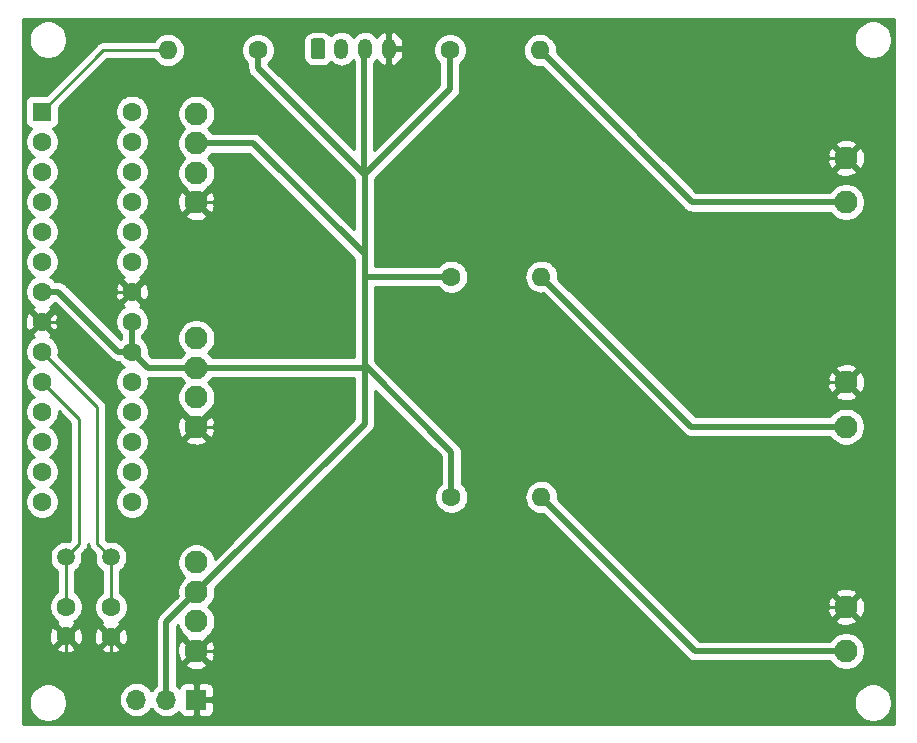
<source format=gbr>
G04 #@! TF.GenerationSoftware,KiCad,Pcbnew,(5.1.4-0-10_14)*
G04 #@! TF.CreationDate,2020-03-12T21:14:11-05:00*
G04 #@! TF.ProjectId,I2C_Front_Forearm_Mini,4932435f-4672-46f6-9e74-5f466f726561,rev?*
G04 #@! TF.SameCoordinates,Original*
G04 #@! TF.FileFunction,Copper,L1,Top*
G04 #@! TF.FilePolarity,Positive*
%FSLAX46Y46*%
G04 Gerber Fmt 4.6, Leading zero omitted, Abs format (unit mm)*
G04 Created by KiCad (PCBNEW (5.1.4-0-10_14)) date 2020-03-12 21:14:11*
%MOMM*%
%LPD*%
G04 APERTURE LIST*
%ADD10O,1.700000X1.700000*%
%ADD11R,1.700000X1.700000*%
%ADD12C,1.500000*%
%ADD13C,1.600000*%
%ADD14R,1.600000X1.600000*%
%ADD15O,1.600000X1.600000*%
%ADD16O,1.200000X1.750000*%
%ADD17C,0.100000*%
%ADD18C,1.200000*%
%ADD19C,1.950000*%
%ADD20C,0.800000*%
%ADD21C,0.250000*%
%ADD22C,0.500000*%
%ADD23C,0.254000*%
G04 APERTURE END LIST*
D10*
X128016000Y-134239000D03*
X130556000Y-134239000D03*
D11*
X133096000Y-134239000D03*
D12*
X122057000Y-122174000D03*
X125857000Y-122174000D03*
D13*
X127635000Y-84455000D03*
X127635000Y-86995000D03*
X127635000Y-89535000D03*
X127635000Y-92075000D03*
X127635000Y-94615000D03*
X127635000Y-97155000D03*
X127635000Y-99695000D03*
X127635000Y-102235000D03*
X127635000Y-104775000D03*
X127635000Y-107315000D03*
X127635000Y-109855000D03*
X127635000Y-112395000D03*
X127635000Y-114935000D03*
X127635000Y-117475000D03*
X120015000Y-117475000D03*
X120015000Y-114935000D03*
X120015000Y-112395000D03*
X120015000Y-109855000D03*
X120015000Y-107315000D03*
X120015000Y-104775000D03*
X120015000Y-102235000D03*
X120015000Y-99695000D03*
X120015000Y-97155000D03*
X120015000Y-94615000D03*
X120015000Y-92075000D03*
X120015000Y-89535000D03*
X120015000Y-86995000D03*
D14*
X120015000Y-84455000D03*
D15*
X162306000Y-117094000D03*
D13*
X154686000Y-117094000D03*
D15*
X162306000Y-98425000D03*
D13*
X154686000Y-98425000D03*
D15*
X162179000Y-79248000D03*
D13*
X154559000Y-79248000D03*
D15*
X130683000Y-79248000D03*
D13*
X138303000Y-79248000D03*
D16*
X149383000Y-79121000D03*
X147383000Y-79121000D03*
X145383000Y-79121000D03*
D17*
G36*
X143757505Y-78247204D02*
G01*
X143781773Y-78250804D01*
X143805572Y-78256765D01*
X143828671Y-78265030D01*
X143850850Y-78275520D01*
X143871893Y-78288132D01*
X143891599Y-78302747D01*
X143909777Y-78319223D01*
X143926253Y-78337401D01*
X143940868Y-78357107D01*
X143953480Y-78378150D01*
X143963970Y-78400329D01*
X143972235Y-78423428D01*
X143978196Y-78447227D01*
X143981796Y-78471495D01*
X143983000Y-78495999D01*
X143983000Y-79746001D01*
X143981796Y-79770505D01*
X143978196Y-79794773D01*
X143972235Y-79818572D01*
X143963970Y-79841671D01*
X143953480Y-79863850D01*
X143940868Y-79884893D01*
X143926253Y-79904599D01*
X143909777Y-79922777D01*
X143891599Y-79939253D01*
X143871893Y-79953868D01*
X143850850Y-79966480D01*
X143828671Y-79976970D01*
X143805572Y-79985235D01*
X143781773Y-79991196D01*
X143757505Y-79994796D01*
X143733001Y-79996000D01*
X143032999Y-79996000D01*
X143008495Y-79994796D01*
X142984227Y-79991196D01*
X142960428Y-79985235D01*
X142937329Y-79976970D01*
X142915150Y-79966480D01*
X142894107Y-79953868D01*
X142874401Y-79939253D01*
X142856223Y-79922777D01*
X142839747Y-79904599D01*
X142825132Y-79884893D01*
X142812520Y-79863850D01*
X142802030Y-79841671D01*
X142793765Y-79818572D01*
X142787804Y-79794773D01*
X142784204Y-79770505D01*
X142783000Y-79746001D01*
X142783000Y-78495999D01*
X142784204Y-78471495D01*
X142787804Y-78447227D01*
X142793765Y-78423428D01*
X142802030Y-78400329D01*
X142812520Y-78378150D01*
X142825132Y-78357107D01*
X142839747Y-78337401D01*
X142856223Y-78319223D01*
X142874401Y-78302747D01*
X142894107Y-78288132D01*
X142915150Y-78275520D01*
X142937329Y-78265030D01*
X142960428Y-78256765D01*
X142984227Y-78250804D01*
X143008495Y-78247204D01*
X143032999Y-78246000D01*
X143733001Y-78246000D01*
X143757505Y-78247204D01*
X143757505Y-78247204D01*
G37*
D18*
X143383000Y-79121000D03*
D13*
X122047000Y-128865000D03*
X122047000Y-126365000D03*
X125857000Y-126405000D03*
X125857000Y-128905000D03*
D19*
X133096000Y-87122000D03*
X133096000Y-84622000D03*
X188096000Y-88372000D03*
X188096000Y-92122000D03*
X133096000Y-92122000D03*
X133096000Y-89622000D03*
X133096000Y-106122000D03*
X133096000Y-103622000D03*
X188096000Y-107372000D03*
X188096000Y-111122000D03*
X133096000Y-111122000D03*
X133096000Y-108622000D03*
X133096000Y-125122000D03*
X133096000Y-122622000D03*
X188096000Y-126372000D03*
X188096000Y-130122000D03*
X133096000Y-130122000D03*
X133096000Y-127622000D03*
D20*
X121539000Y-102235000D03*
X126111000Y-99695000D03*
X134874000Y-92202000D03*
X134874000Y-111125000D03*
X134874000Y-130175000D03*
X133096000Y-135890000D03*
X186436000Y-126365000D03*
X186436000Y-107315000D03*
X186436000Y-88392000D03*
X122047000Y-130556000D03*
X125857000Y-130556000D03*
D21*
X125857000Y-123234660D02*
X125857000Y-126405000D01*
X125857000Y-122174000D02*
X125857000Y-123234660D01*
X124714000Y-109474000D02*
X120015000Y-104775000D01*
X124714000Y-121031000D02*
X124714000Y-109474000D01*
X125857000Y-122174000D02*
X124714000Y-121031000D01*
X120015000Y-102235000D02*
X121539000Y-102235000D01*
X127635000Y-99695000D02*
X126111000Y-99695000D01*
X134794000Y-92122000D02*
X134874000Y-92202000D01*
X133096000Y-92122000D02*
X134794000Y-92122000D01*
X134871000Y-111122000D02*
X134874000Y-111125000D01*
X133096000Y-111122000D02*
X134871000Y-111122000D01*
X134821000Y-130122000D02*
X134874000Y-130175000D01*
X133096000Y-130122000D02*
X134821000Y-130122000D01*
X133096000Y-134239000D02*
X133096000Y-135890000D01*
X186443000Y-126372000D02*
X186436000Y-126365000D01*
X188096000Y-126372000D02*
X186443000Y-126372000D01*
X186493000Y-107372000D02*
X186436000Y-107315000D01*
X188096000Y-107372000D02*
X186493000Y-107372000D01*
X186456000Y-88372000D02*
X186436000Y-88392000D01*
X188096000Y-88372000D02*
X186456000Y-88372000D01*
X122047000Y-128865000D02*
X122047000Y-130556000D01*
X125857000Y-128905000D02*
X125857000Y-130556000D01*
X122057000Y-126355000D02*
X122047000Y-126365000D01*
X122057000Y-122174000D02*
X122057000Y-126355000D01*
X120814999Y-108114999D02*
X120015000Y-107315000D01*
X123190000Y-110490000D02*
X120814999Y-108114999D01*
X123190000Y-121041000D02*
X123190000Y-110490000D01*
X122057000Y-122174000D02*
X123190000Y-121041000D01*
D22*
X147352000Y-110866000D02*
X133096000Y-125122000D01*
X154559000Y-82550000D02*
X147352000Y-89757000D01*
X154559000Y-79248000D02*
X154559000Y-82550000D01*
X147574000Y-98425000D02*
X147352000Y-98203000D01*
X154686000Y-98425000D02*
X147574000Y-98425000D01*
X147352000Y-106585000D02*
X147352000Y-110866000D01*
X147352000Y-106204000D02*
X147270000Y-106122000D01*
X147352000Y-98203000D02*
X147352000Y-106204000D01*
X147270000Y-106122000D02*
X133096000Y-106122000D01*
X147352000Y-106204000D02*
X147352000Y-106585000D01*
X147352000Y-105950000D02*
X147352000Y-105505000D01*
X147352000Y-105505000D02*
X147352000Y-106585000D01*
X154686000Y-113284000D02*
X147352000Y-105950000D01*
X154686000Y-117094000D02*
X154686000Y-113284000D01*
X138303000Y-80772000D02*
X147288000Y-89757000D01*
X147288000Y-89757000D02*
X147352000Y-89757000D01*
X138303000Y-79248000D02*
X138303000Y-80772000D01*
X133096000Y-87122000D02*
X137922000Y-87122000D01*
X147352000Y-96552000D02*
X147352000Y-96806000D01*
X147352000Y-96806000D02*
X147352000Y-98203000D01*
X137922000Y-87122000D02*
X147352000Y-96552000D01*
X147352000Y-89757000D02*
X147352000Y-96806000D01*
X128982000Y-106122000D02*
X127635000Y-104775000D01*
X133096000Y-106122000D02*
X128982000Y-106122000D01*
X130556000Y-127662000D02*
X130556000Y-134239000D01*
X133096000Y-125122000D02*
X130556000Y-127662000D01*
X121412000Y-99695000D02*
X120015000Y-99695000D01*
X126492000Y-104775000D02*
X121412000Y-99695000D01*
X127635000Y-104775000D02*
X126492000Y-104775000D01*
X147288000Y-79216000D02*
X147288000Y-89757000D01*
X147383000Y-79121000D02*
X147288000Y-79216000D01*
X127635000Y-102235000D02*
X127635000Y-104775000D01*
X175053000Y-92122000D02*
X162179000Y-79248000D01*
X188096000Y-92122000D02*
X175053000Y-92122000D01*
D21*
X133096000Y-84622000D02*
X132929000Y-84622000D01*
D22*
X175003000Y-111122000D02*
X162306000Y-98425000D01*
X188096000Y-111122000D02*
X175003000Y-111122000D01*
X175334000Y-130122000D02*
X162306000Y-117094000D01*
X188096000Y-130122000D02*
X175334000Y-130122000D01*
D21*
X125222000Y-79248000D02*
X120015000Y-84455000D01*
X130683000Y-79248000D02*
X125222000Y-79248000D01*
D23*
G36*
X192126000Y-136286000D02*
G01*
X118446000Y-136286000D01*
X118446000Y-134331967D01*
X118888000Y-134331967D01*
X118888000Y-134654033D01*
X118950832Y-134969912D01*
X119074082Y-135267463D01*
X119253013Y-135535252D01*
X119480748Y-135762987D01*
X119748537Y-135941918D01*
X120046088Y-136065168D01*
X120361967Y-136128000D01*
X120684033Y-136128000D01*
X120999912Y-136065168D01*
X121297463Y-135941918D01*
X121565252Y-135762987D01*
X121792987Y-135535252D01*
X121971918Y-135267463D01*
X122095168Y-134969912D01*
X122158000Y-134654033D01*
X122158000Y-134331967D01*
X122095168Y-134016088D01*
X121971918Y-133718537D01*
X121792987Y-133450748D01*
X121565252Y-133223013D01*
X121297463Y-133044082D01*
X120999912Y-132920832D01*
X120684033Y-132858000D01*
X120361967Y-132858000D01*
X120046088Y-132920832D01*
X119748537Y-133044082D01*
X119480748Y-133223013D01*
X119253013Y-133450748D01*
X119074082Y-133718537D01*
X118950832Y-134016088D01*
X118888000Y-134331967D01*
X118446000Y-134331967D01*
X118446000Y-129857702D01*
X121233903Y-129857702D01*
X121305486Y-130101671D01*
X121560996Y-130222571D01*
X121835184Y-130291300D01*
X122117512Y-130305217D01*
X122397130Y-130263787D01*
X122663292Y-130168603D01*
X122788514Y-130101671D01*
X122848360Y-129897702D01*
X125043903Y-129897702D01*
X125115486Y-130141671D01*
X125370996Y-130262571D01*
X125645184Y-130331300D01*
X125927512Y-130345217D01*
X126207130Y-130303787D01*
X126473292Y-130208603D01*
X126598514Y-130141671D01*
X126670097Y-129897702D01*
X125857000Y-129084605D01*
X125043903Y-129897702D01*
X122848360Y-129897702D01*
X122860097Y-129857702D01*
X122047000Y-129044605D01*
X121233903Y-129857702D01*
X118446000Y-129857702D01*
X118446000Y-128935512D01*
X120606783Y-128935512D01*
X120648213Y-129215130D01*
X120743397Y-129481292D01*
X120810329Y-129606514D01*
X121054298Y-129678097D01*
X121867395Y-128865000D01*
X122226605Y-128865000D01*
X123039702Y-129678097D01*
X123283671Y-129606514D01*
X123404571Y-129351004D01*
X123473300Y-129076816D01*
X123478293Y-128975512D01*
X124416783Y-128975512D01*
X124458213Y-129255130D01*
X124553397Y-129521292D01*
X124620329Y-129646514D01*
X124864298Y-129718097D01*
X125677395Y-128905000D01*
X126036605Y-128905000D01*
X126849702Y-129718097D01*
X127093671Y-129646514D01*
X127214571Y-129391004D01*
X127283300Y-129116816D01*
X127297217Y-128834488D01*
X127255787Y-128554870D01*
X127160603Y-128288708D01*
X127093671Y-128163486D01*
X126849702Y-128091903D01*
X126036605Y-128905000D01*
X125677395Y-128905000D01*
X124864298Y-128091903D01*
X124620329Y-128163486D01*
X124499429Y-128418996D01*
X124430700Y-128693184D01*
X124416783Y-128975512D01*
X123478293Y-128975512D01*
X123487217Y-128794488D01*
X123445787Y-128514870D01*
X123350603Y-128248708D01*
X123283671Y-128123486D01*
X123039702Y-128051903D01*
X122226605Y-128865000D01*
X121867395Y-128865000D01*
X121054298Y-128051903D01*
X120810329Y-128123486D01*
X120689429Y-128378996D01*
X120620700Y-128653184D01*
X120606783Y-128935512D01*
X118446000Y-128935512D01*
X118446000Y-104633665D01*
X118580000Y-104633665D01*
X118580000Y-104916335D01*
X118635147Y-105193574D01*
X118743320Y-105454727D01*
X118900363Y-105689759D01*
X119100241Y-105889637D01*
X119332759Y-106045000D01*
X119100241Y-106200363D01*
X118900363Y-106400241D01*
X118743320Y-106635273D01*
X118635147Y-106896426D01*
X118580000Y-107173665D01*
X118580000Y-107456335D01*
X118635147Y-107733574D01*
X118743320Y-107994727D01*
X118900363Y-108229759D01*
X119100241Y-108429637D01*
X119332759Y-108585000D01*
X119100241Y-108740363D01*
X118900363Y-108940241D01*
X118743320Y-109175273D01*
X118635147Y-109436426D01*
X118580000Y-109713665D01*
X118580000Y-109996335D01*
X118635147Y-110273574D01*
X118743320Y-110534727D01*
X118900363Y-110769759D01*
X119100241Y-110969637D01*
X119332759Y-111125000D01*
X119100241Y-111280363D01*
X118900363Y-111480241D01*
X118743320Y-111715273D01*
X118635147Y-111976426D01*
X118580000Y-112253665D01*
X118580000Y-112536335D01*
X118635147Y-112813574D01*
X118743320Y-113074727D01*
X118900363Y-113309759D01*
X119100241Y-113509637D01*
X119332759Y-113665000D01*
X119100241Y-113820363D01*
X118900363Y-114020241D01*
X118743320Y-114255273D01*
X118635147Y-114516426D01*
X118580000Y-114793665D01*
X118580000Y-115076335D01*
X118635147Y-115353574D01*
X118743320Y-115614727D01*
X118900363Y-115849759D01*
X119100241Y-116049637D01*
X119332759Y-116205000D01*
X119100241Y-116360363D01*
X118900363Y-116560241D01*
X118743320Y-116795273D01*
X118635147Y-117056426D01*
X118580000Y-117333665D01*
X118580000Y-117616335D01*
X118635147Y-117893574D01*
X118743320Y-118154727D01*
X118900363Y-118389759D01*
X119100241Y-118589637D01*
X119335273Y-118746680D01*
X119596426Y-118854853D01*
X119873665Y-118910000D01*
X120156335Y-118910000D01*
X120433574Y-118854853D01*
X120694727Y-118746680D01*
X120929759Y-118589637D01*
X121129637Y-118389759D01*
X121286680Y-118154727D01*
X121394853Y-117893574D01*
X121450000Y-117616335D01*
X121450000Y-117333665D01*
X121394853Y-117056426D01*
X121286680Y-116795273D01*
X121129637Y-116560241D01*
X120929759Y-116360363D01*
X120697241Y-116205000D01*
X120929759Y-116049637D01*
X121129637Y-115849759D01*
X121286680Y-115614727D01*
X121394853Y-115353574D01*
X121450000Y-115076335D01*
X121450000Y-114793665D01*
X121394853Y-114516426D01*
X121286680Y-114255273D01*
X121129637Y-114020241D01*
X120929759Y-113820363D01*
X120697241Y-113665000D01*
X120929759Y-113509637D01*
X121129637Y-113309759D01*
X121286680Y-113074727D01*
X121394853Y-112813574D01*
X121450000Y-112536335D01*
X121450000Y-112253665D01*
X121394853Y-111976426D01*
X121286680Y-111715273D01*
X121129637Y-111480241D01*
X120929759Y-111280363D01*
X120697241Y-111125000D01*
X120929759Y-110969637D01*
X121129637Y-110769759D01*
X121286680Y-110534727D01*
X121394853Y-110273574D01*
X121450000Y-109996335D01*
X121450000Y-109824801D01*
X122430001Y-110804803D01*
X122430000Y-120726198D01*
X122338365Y-120817833D01*
X122193411Y-120789000D01*
X121920589Y-120789000D01*
X121653011Y-120842225D01*
X121400957Y-120946629D01*
X121174114Y-121098201D01*
X120981201Y-121291114D01*
X120829629Y-121517957D01*
X120725225Y-121770011D01*
X120672000Y-122037589D01*
X120672000Y-122310411D01*
X120725225Y-122577989D01*
X120829629Y-122830043D01*
X120981201Y-123056886D01*
X121174114Y-123249799D01*
X121297000Y-123331909D01*
X121297001Y-125140274D01*
X121132241Y-125250363D01*
X120932363Y-125450241D01*
X120775320Y-125685273D01*
X120667147Y-125946426D01*
X120612000Y-126223665D01*
X120612000Y-126506335D01*
X120667147Y-126783574D01*
X120775320Y-127044727D01*
X120932363Y-127279759D01*
X121132241Y-127479637D01*
X121332869Y-127613692D01*
X121305486Y-127628329D01*
X121233903Y-127872298D01*
X122047000Y-128685395D01*
X122860097Y-127872298D01*
X122788514Y-127628329D01*
X122759659Y-127614676D01*
X122961759Y-127479637D01*
X123161637Y-127279759D01*
X123318680Y-127044727D01*
X123426853Y-126783574D01*
X123482000Y-126506335D01*
X123482000Y-126223665D01*
X123426853Y-125946426D01*
X123318680Y-125685273D01*
X123161637Y-125450241D01*
X122961759Y-125250363D01*
X122817000Y-125153638D01*
X122817000Y-123331909D01*
X122939886Y-123249799D01*
X123132799Y-123056886D01*
X123284371Y-122830043D01*
X123388775Y-122577989D01*
X123442000Y-122310411D01*
X123442000Y-122037589D01*
X123413167Y-121892635D01*
X123701004Y-121604798D01*
X123730001Y-121581001D01*
X123781740Y-121517957D01*
X123824974Y-121465277D01*
X123895546Y-121333247D01*
X123898580Y-121323246D01*
X123939003Y-121189986D01*
X123950000Y-121078333D01*
X123950000Y-121078323D01*
X123952492Y-121053016D01*
X123954000Y-121068322D01*
X123954000Y-121068332D01*
X123964997Y-121179985D01*
X123969624Y-121195237D01*
X124008454Y-121323246D01*
X124079026Y-121455276D01*
X124118871Y-121503826D01*
X124173999Y-121571001D01*
X124203002Y-121594804D01*
X124500833Y-121892635D01*
X124472000Y-122037589D01*
X124472000Y-122310411D01*
X124525225Y-122577989D01*
X124629629Y-122830043D01*
X124781201Y-123056886D01*
X124974114Y-123249799D01*
X125097000Y-123331909D01*
X125097001Y-125186956D01*
X124942241Y-125290363D01*
X124742363Y-125490241D01*
X124585320Y-125725273D01*
X124477147Y-125986426D01*
X124422000Y-126263665D01*
X124422000Y-126546335D01*
X124477147Y-126823574D01*
X124585320Y-127084727D01*
X124742363Y-127319759D01*
X124942241Y-127519637D01*
X125142869Y-127653692D01*
X125115486Y-127668329D01*
X125043903Y-127912298D01*
X125857000Y-128725395D01*
X126670097Y-127912298D01*
X126598514Y-127668329D01*
X126569659Y-127654676D01*
X126771759Y-127519637D01*
X126971637Y-127319759D01*
X127128680Y-127084727D01*
X127236853Y-126823574D01*
X127292000Y-126546335D01*
X127292000Y-126263665D01*
X127236853Y-125986426D01*
X127128680Y-125725273D01*
X126971637Y-125490241D01*
X126771759Y-125290363D01*
X126617000Y-125186957D01*
X126617000Y-123331909D01*
X126739886Y-123249799D01*
X126932799Y-123056886D01*
X127084371Y-122830043D01*
X127188775Y-122577989D01*
X127242000Y-122310411D01*
X127242000Y-122037589D01*
X127188775Y-121770011D01*
X127084371Y-121517957D01*
X126932799Y-121291114D01*
X126739886Y-121098201D01*
X126513043Y-120946629D01*
X126260989Y-120842225D01*
X125993411Y-120789000D01*
X125720589Y-120789000D01*
X125575635Y-120817833D01*
X125474000Y-120716199D01*
X125474000Y-109511333D01*
X125477677Y-109474000D01*
X125463003Y-109325014D01*
X125419546Y-109181753D01*
X125348974Y-109049724D01*
X125277799Y-108962997D01*
X125254001Y-108933999D01*
X125225003Y-108910201D01*
X121413688Y-105098887D01*
X121450000Y-104916335D01*
X121450000Y-104633665D01*
X121394853Y-104356426D01*
X121286680Y-104095273D01*
X121129637Y-103860241D01*
X120929759Y-103660363D01*
X120695872Y-103504085D01*
X120756514Y-103471671D01*
X120828097Y-103227702D01*
X120015000Y-102414605D01*
X119201903Y-103227702D01*
X119273486Y-103471671D01*
X119337992Y-103502194D01*
X119335273Y-103503320D01*
X119100241Y-103660363D01*
X118900363Y-103860241D01*
X118743320Y-104095273D01*
X118635147Y-104356426D01*
X118580000Y-104633665D01*
X118446000Y-104633665D01*
X118446000Y-102305512D01*
X118574783Y-102305512D01*
X118616213Y-102585130D01*
X118711397Y-102851292D01*
X118778329Y-102976514D01*
X119022298Y-103048097D01*
X119835395Y-102235000D01*
X120194605Y-102235000D01*
X121007702Y-103048097D01*
X121251671Y-102976514D01*
X121372571Y-102721004D01*
X121441300Y-102446816D01*
X121455217Y-102164488D01*
X121413787Y-101884870D01*
X121318603Y-101618708D01*
X121251671Y-101493486D01*
X121007702Y-101421903D01*
X120194605Y-102235000D01*
X119835395Y-102235000D01*
X119022298Y-101421903D01*
X118778329Y-101493486D01*
X118657429Y-101748996D01*
X118588700Y-102023184D01*
X118574783Y-102305512D01*
X118446000Y-102305512D01*
X118446000Y-83655000D01*
X118576928Y-83655000D01*
X118576928Y-85255000D01*
X118589188Y-85379482D01*
X118625498Y-85499180D01*
X118684463Y-85609494D01*
X118763815Y-85706185D01*
X118860506Y-85785537D01*
X118970820Y-85844502D01*
X119090518Y-85880812D01*
X119098961Y-85881643D01*
X118900363Y-86080241D01*
X118743320Y-86315273D01*
X118635147Y-86576426D01*
X118580000Y-86853665D01*
X118580000Y-87136335D01*
X118635147Y-87413574D01*
X118743320Y-87674727D01*
X118900363Y-87909759D01*
X119100241Y-88109637D01*
X119332759Y-88265000D01*
X119100241Y-88420363D01*
X118900363Y-88620241D01*
X118743320Y-88855273D01*
X118635147Y-89116426D01*
X118580000Y-89393665D01*
X118580000Y-89676335D01*
X118635147Y-89953574D01*
X118743320Y-90214727D01*
X118900363Y-90449759D01*
X119100241Y-90649637D01*
X119332759Y-90805000D01*
X119100241Y-90960363D01*
X118900363Y-91160241D01*
X118743320Y-91395273D01*
X118635147Y-91656426D01*
X118580000Y-91933665D01*
X118580000Y-92216335D01*
X118635147Y-92493574D01*
X118743320Y-92754727D01*
X118900363Y-92989759D01*
X119100241Y-93189637D01*
X119332759Y-93345000D01*
X119100241Y-93500363D01*
X118900363Y-93700241D01*
X118743320Y-93935273D01*
X118635147Y-94196426D01*
X118580000Y-94473665D01*
X118580000Y-94756335D01*
X118635147Y-95033574D01*
X118743320Y-95294727D01*
X118900363Y-95529759D01*
X119100241Y-95729637D01*
X119332759Y-95885000D01*
X119100241Y-96040363D01*
X118900363Y-96240241D01*
X118743320Y-96475273D01*
X118635147Y-96736426D01*
X118580000Y-97013665D01*
X118580000Y-97296335D01*
X118635147Y-97573574D01*
X118743320Y-97834727D01*
X118900363Y-98069759D01*
X119100241Y-98269637D01*
X119332759Y-98425000D01*
X119100241Y-98580363D01*
X118900363Y-98780241D01*
X118743320Y-99015273D01*
X118635147Y-99276426D01*
X118580000Y-99553665D01*
X118580000Y-99836335D01*
X118635147Y-100113574D01*
X118743320Y-100374727D01*
X118900363Y-100609759D01*
X119100241Y-100809637D01*
X119334128Y-100965915D01*
X119273486Y-100998329D01*
X119201903Y-101242298D01*
X120015000Y-102055395D01*
X120828097Y-101242298D01*
X120756514Y-100998329D01*
X120692008Y-100967806D01*
X120694727Y-100966680D01*
X120929759Y-100809637D01*
X121102409Y-100636987D01*
X125835470Y-105370049D01*
X125863183Y-105403817D01*
X125896951Y-105431530D01*
X125896953Y-105431532D01*
X125937233Y-105464589D01*
X125997941Y-105514411D01*
X126151687Y-105596589D01*
X126318510Y-105647195D01*
X126448523Y-105660000D01*
X126448531Y-105660000D01*
X126492000Y-105664281D01*
X126502639Y-105663233D01*
X126520363Y-105689759D01*
X126720241Y-105889637D01*
X126952759Y-106045000D01*
X126720241Y-106200363D01*
X126520363Y-106400241D01*
X126363320Y-106635273D01*
X126255147Y-106896426D01*
X126200000Y-107173665D01*
X126200000Y-107456335D01*
X126255147Y-107733574D01*
X126363320Y-107994727D01*
X126520363Y-108229759D01*
X126720241Y-108429637D01*
X126952759Y-108585000D01*
X126720241Y-108740363D01*
X126520363Y-108940241D01*
X126363320Y-109175273D01*
X126255147Y-109436426D01*
X126200000Y-109713665D01*
X126200000Y-109996335D01*
X126255147Y-110273574D01*
X126363320Y-110534727D01*
X126520363Y-110769759D01*
X126720241Y-110969637D01*
X126952759Y-111125000D01*
X126720241Y-111280363D01*
X126520363Y-111480241D01*
X126363320Y-111715273D01*
X126255147Y-111976426D01*
X126200000Y-112253665D01*
X126200000Y-112536335D01*
X126255147Y-112813574D01*
X126363320Y-113074727D01*
X126520363Y-113309759D01*
X126720241Y-113509637D01*
X126952759Y-113665000D01*
X126720241Y-113820363D01*
X126520363Y-114020241D01*
X126363320Y-114255273D01*
X126255147Y-114516426D01*
X126200000Y-114793665D01*
X126200000Y-115076335D01*
X126255147Y-115353574D01*
X126363320Y-115614727D01*
X126520363Y-115849759D01*
X126720241Y-116049637D01*
X126952759Y-116205000D01*
X126720241Y-116360363D01*
X126520363Y-116560241D01*
X126363320Y-116795273D01*
X126255147Y-117056426D01*
X126200000Y-117333665D01*
X126200000Y-117616335D01*
X126255147Y-117893574D01*
X126363320Y-118154727D01*
X126520363Y-118389759D01*
X126720241Y-118589637D01*
X126955273Y-118746680D01*
X127216426Y-118854853D01*
X127493665Y-118910000D01*
X127776335Y-118910000D01*
X128053574Y-118854853D01*
X128314727Y-118746680D01*
X128549759Y-118589637D01*
X128749637Y-118389759D01*
X128906680Y-118154727D01*
X129014853Y-117893574D01*
X129070000Y-117616335D01*
X129070000Y-117333665D01*
X129014853Y-117056426D01*
X128906680Y-116795273D01*
X128749637Y-116560241D01*
X128549759Y-116360363D01*
X128317241Y-116205000D01*
X128549759Y-116049637D01*
X128749637Y-115849759D01*
X128906680Y-115614727D01*
X129014853Y-115353574D01*
X129070000Y-115076335D01*
X129070000Y-114793665D01*
X129014853Y-114516426D01*
X128906680Y-114255273D01*
X128749637Y-114020241D01*
X128549759Y-113820363D01*
X128317241Y-113665000D01*
X128549759Y-113509637D01*
X128749637Y-113309759D01*
X128906680Y-113074727D01*
X129014853Y-112813574D01*
X129070000Y-112536335D01*
X129070000Y-112253665D01*
X129067200Y-112239584D01*
X132158021Y-112239584D01*
X132250766Y-112501429D01*
X132536120Y-112639820D01*
X132842990Y-112719883D01*
X133159584Y-112738540D01*
X133473733Y-112695074D01*
X133773367Y-112591156D01*
X133941234Y-112501429D01*
X134033979Y-112239584D01*
X133096000Y-111301605D01*
X132158021Y-112239584D01*
X129067200Y-112239584D01*
X129014853Y-111976426D01*
X128906680Y-111715273D01*
X128749637Y-111480241D01*
X128549759Y-111280363D01*
X128407912Y-111185584D01*
X131479460Y-111185584D01*
X131522926Y-111499733D01*
X131626844Y-111799367D01*
X131716571Y-111967234D01*
X131978416Y-112059979D01*
X132916395Y-111122000D01*
X133275605Y-111122000D01*
X134213584Y-112059979D01*
X134475429Y-111967234D01*
X134613820Y-111681880D01*
X134693883Y-111375010D01*
X134712540Y-111058416D01*
X134669074Y-110744267D01*
X134565156Y-110444633D01*
X134475429Y-110276766D01*
X134213584Y-110184021D01*
X133275605Y-111122000D01*
X132916395Y-111122000D01*
X131978416Y-110184021D01*
X131716571Y-110276766D01*
X131578180Y-110562120D01*
X131498117Y-110868990D01*
X131479460Y-111185584D01*
X128407912Y-111185584D01*
X128317241Y-111125000D01*
X128549759Y-110969637D01*
X128749637Y-110769759D01*
X128906680Y-110534727D01*
X129014853Y-110273574D01*
X129070000Y-109996335D01*
X129070000Y-109713665D01*
X129014853Y-109436426D01*
X128906680Y-109175273D01*
X128749637Y-108940241D01*
X128549759Y-108740363D01*
X128317241Y-108585000D01*
X128549759Y-108429637D01*
X128749637Y-108229759D01*
X128906680Y-107994727D01*
X129014853Y-107733574D01*
X129070000Y-107456335D01*
X129070000Y-107173665D01*
X129036848Y-107007000D01*
X131751008Y-107007000D01*
X131845431Y-107148315D01*
X132069116Y-107372000D01*
X131845431Y-107595685D01*
X131669237Y-107859379D01*
X131547871Y-108152380D01*
X131486000Y-108463429D01*
X131486000Y-108780571D01*
X131547871Y-109091620D01*
X131669237Y-109384621D01*
X131845431Y-109648315D01*
X132069685Y-109872569D01*
X132178878Y-109945529D01*
X132158021Y-110004416D01*
X133096000Y-110942395D01*
X134033979Y-110004416D01*
X134013122Y-109945529D01*
X134122315Y-109872569D01*
X134346569Y-109648315D01*
X134522763Y-109384621D01*
X134644129Y-109091620D01*
X134706000Y-108780571D01*
X134706000Y-108463429D01*
X134644129Y-108152380D01*
X134522763Y-107859379D01*
X134346569Y-107595685D01*
X134122884Y-107372000D01*
X134346569Y-107148315D01*
X134440992Y-107007000D01*
X146467000Y-107007000D01*
X146467001Y-110499420D01*
X134672319Y-122294103D01*
X134644129Y-122152380D01*
X134522763Y-121859379D01*
X134346569Y-121595685D01*
X134122315Y-121371431D01*
X133858621Y-121195237D01*
X133565620Y-121073871D01*
X133254571Y-121012000D01*
X132937429Y-121012000D01*
X132626380Y-121073871D01*
X132333379Y-121195237D01*
X132069685Y-121371431D01*
X131845431Y-121595685D01*
X131669237Y-121859379D01*
X131547871Y-122152380D01*
X131486000Y-122463429D01*
X131486000Y-122780571D01*
X131547871Y-123091620D01*
X131669237Y-123384621D01*
X131845431Y-123648315D01*
X132069116Y-123872000D01*
X131845431Y-124095685D01*
X131669237Y-124359379D01*
X131547871Y-124652380D01*
X131486000Y-124963429D01*
X131486000Y-125280571D01*
X131519157Y-125447264D01*
X129960956Y-127005466D01*
X129927183Y-127033183D01*
X129816589Y-127167942D01*
X129734411Y-127321688D01*
X129683805Y-127488511D01*
X129671000Y-127618524D01*
X129671000Y-127618531D01*
X129666719Y-127662000D01*
X129671000Y-127705469D01*
X129671001Y-133044240D01*
X129500866Y-133183866D01*
X129315294Y-133409986D01*
X129286000Y-133464791D01*
X129256706Y-133409986D01*
X129071134Y-133183866D01*
X128845014Y-132998294D01*
X128587034Y-132860401D01*
X128307111Y-132775487D01*
X128088950Y-132754000D01*
X127943050Y-132754000D01*
X127724889Y-132775487D01*
X127444966Y-132860401D01*
X127186986Y-132998294D01*
X126960866Y-133183866D01*
X126775294Y-133409986D01*
X126637401Y-133667966D01*
X126552487Y-133947889D01*
X126523815Y-134239000D01*
X126552487Y-134530111D01*
X126637401Y-134810034D01*
X126775294Y-135068014D01*
X126960866Y-135294134D01*
X127186986Y-135479706D01*
X127444966Y-135617599D01*
X127724889Y-135702513D01*
X127943050Y-135724000D01*
X128088950Y-135724000D01*
X128307111Y-135702513D01*
X128587034Y-135617599D01*
X128845014Y-135479706D01*
X129071134Y-135294134D01*
X129256706Y-135068014D01*
X129286000Y-135013209D01*
X129315294Y-135068014D01*
X129500866Y-135294134D01*
X129726986Y-135479706D01*
X129984966Y-135617599D01*
X130264889Y-135702513D01*
X130483050Y-135724000D01*
X130628950Y-135724000D01*
X130847111Y-135702513D01*
X131127034Y-135617599D01*
X131385014Y-135479706D01*
X131611134Y-135294134D01*
X131635607Y-135264313D01*
X131656498Y-135333180D01*
X131715463Y-135443494D01*
X131794815Y-135540185D01*
X131891506Y-135619537D01*
X132001820Y-135678502D01*
X132121518Y-135714812D01*
X132246000Y-135727072D01*
X132810250Y-135724000D01*
X132969000Y-135565250D01*
X132969000Y-134366000D01*
X133223000Y-134366000D01*
X133223000Y-135565250D01*
X133381750Y-135724000D01*
X133946000Y-135727072D01*
X134070482Y-135714812D01*
X134190180Y-135678502D01*
X134300494Y-135619537D01*
X134397185Y-135540185D01*
X134476537Y-135443494D01*
X134535502Y-135333180D01*
X134571812Y-135213482D01*
X134584072Y-135089000D01*
X134581000Y-134524750D01*
X134422250Y-134366000D01*
X133223000Y-134366000D01*
X132969000Y-134366000D01*
X132949000Y-134366000D01*
X132949000Y-134331967D01*
X188738000Y-134331967D01*
X188738000Y-134654033D01*
X188800832Y-134969912D01*
X188924082Y-135267463D01*
X189103013Y-135535252D01*
X189330748Y-135762987D01*
X189598537Y-135941918D01*
X189896088Y-136065168D01*
X190211967Y-136128000D01*
X190534033Y-136128000D01*
X190849912Y-136065168D01*
X191147463Y-135941918D01*
X191415252Y-135762987D01*
X191642987Y-135535252D01*
X191821918Y-135267463D01*
X191945168Y-134969912D01*
X192008000Y-134654033D01*
X192008000Y-134331967D01*
X191945168Y-134016088D01*
X191821918Y-133718537D01*
X191642987Y-133450748D01*
X191415252Y-133223013D01*
X191147463Y-133044082D01*
X190849912Y-132920832D01*
X190534033Y-132858000D01*
X190211967Y-132858000D01*
X189896088Y-132920832D01*
X189598537Y-133044082D01*
X189330748Y-133223013D01*
X189103013Y-133450748D01*
X188924082Y-133718537D01*
X188800832Y-134016088D01*
X188738000Y-134331967D01*
X132949000Y-134331967D01*
X132949000Y-134112000D01*
X132969000Y-134112000D01*
X132969000Y-132912750D01*
X133223000Y-132912750D01*
X133223000Y-134112000D01*
X134422250Y-134112000D01*
X134581000Y-133953250D01*
X134584072Y-133389000D01*
X134571812Y-133264518D01*
X134535502Y-133144820D01*
X134476537Y-133034506D01*
X134397185Y-132937815D01*
X134300494Y-132858463D01*
X134190180Y-132799498D01*
X134070482Y-132763188D01*
X133946000Y-132750928D01*
X133381750Y-132754000D01*
X133223000Y-132912750D01*
X132969000Y-132912750D01*
X132810250Y-132754000D01*
X132246000Y-132750928D01*
X132121518Y-132763188D01*
X132001820Y-132799498D01*
X131891506Y-132858463D01*
X131794815Y-132937815D01*
X131715463Y-133034506D01*
X131656498Y-133144820D01*
X131635607Y-133213687D01*
X131611134Y-133183866D01*
X131441000Y-133044241D01*
X131441000Y-131239584D01*
X132158021Y-131239584D01*
X132250766Y-131501429D01*
X132536120Y-131639820D01*
X132842990Y-131719883D01*
X133159584Y-131738540D01*
X133473733Y-131695074D01*
X133773367Y-131591156D01*
X133941234Y-131501429D01*
X134033979Y-131239584D01*
X133096000Y-130301605D01*
X132158021Y-131239584D01*
X131441000Y-131239584D01*
X131441000Y-130185584D01*
X131479460Y-130185584D01*
X131522926Y-130499733D01*
X131626844Y-130799367D01*
X131716571Y-130967234D01*
X131978416Y-131059979D01*
X132916395Y-130122000D01*
X133275605Y-130122000D01*
X134213584Y-131059979D01*
X134475429Y-130967234D01*
X134613820Y-130681880D01*
X134693883Y-130375010D01*
X134712540Y-130058416D01*
X134669074Y-129744267D01*
X134565156Y-129444633D01*
X134475429Y-129276766D01*
X134213584Y-129184021D01*
X133275605Y-130122000D01*
X132916395Y-130122000D01*
X131978416Y-129184021D01*
X131716571Y-129276766D01*
X131578180Y-129562120D01*
X131498117Y-129868990D01*
X131479460Y-130185584D01*
X131441000Y-130185584D01*
X131441000Y-128028578D01*
X131519681Y-127949897D01*
X131547871Y-128091620D01*
X131669237Y-128384621D01*
X131845431Y-128648315D01*
X132069685Y-128872569D01*
X132178878Y-128945529D01*
X132158021Y-129004416D01*
X133096000Y-129942395D01*
X134033979Y-129004416D01*
X134013122Y-128945529D01*
X134122315Y-128872569D01*
X134346569Y-128648315D01*
X134522763Y-128384621D01*
X134644129Y-128091620D01*
X134706000Y-127780571D01*
X134706000Y-127463429D01*
X134644129Y-127152380D01*
X134522763Y-126859379D01*
X134346569Y-126595685D01*
X134122884Y-126372000D01*
X134346569Y-126148315D01*
X134522763Y-125884621D01*
X134644129Y-125591620D01*
X134706000Y-125280571D01*
X134706000Y-124963429D01*
X134672843Y-124796735D01*
X147947049Y-111522530D01*
X147980817Y-111494817D01*
X148091411Y-111360059D01*
X148122655Y-111301605D01*
X148173589Y-111206314D01*
X148224195Y-111039490D01*
X148225130Y-111030001D01*
X148237000Y-110909477D01*
X148237000Y-110909469D01*
X148241281Y-110866000D01*
X148237000Y-110822531D01*
X148237000Y-108086578D01*
X153801001Y-113650580D01*
X153801000Y-115959479D01*
X153771241Y-115979363D01*
X153571363Y-116179241D01*
X153414320Y-116414273D01*
X153306147Y-116675426D01*
X153251000Y-116952665D01*
X153251000Y-117235335D01*
X153306147Y-117512574D01*
X153414320Y-117773727D01*
X153571363Y-118008759D01*
X153771241Y-118208637D01*
X154006273Y-118365680D01*
X154267426Y-118473853D01*
X154544665Y-118529000D01*
X154827335Y-118529000D01*
X155104574Y-118473853D01*
X155365727Y-118365680D01*
X155600759Y-118208637D01*
X155800637Y-118008759D01*
X155957680Y-117773727D01*
X156065853Y-117512574D01*
X156121000Y-117235335D01*
X156121000Y-117094000D01*
X160864057Y-117094000D01*
X160891764Y-117375309D01*
X160973818Y-117645808D01*
X161107068Y-117895101D01*
X161286392Y-118113608D01*
X161504899Y-118292932D01*
X161754192Y-118426182D01*
X162024691Y-118508236D01*
X162235508Y-118529000D01*
X162376492Y-118529000D01*
X162479296Y-118518874D01*
X174677470Y-130717049D01*
X174705183Y-130750817D01*
X174738951Y-130778530D01*
X174738953Y-130778532D01*
X174810452Y-130837210D01*
X174839941Y-130861411D01*
X174993687Y-130943589D01*
X175160510Y-130994195D01*
X175290523Y-131007000D01*
X175290533Y-131007000D01*
X175333999Y-131011281D01*
X175377465Y-131007000D01*
X186751008Y-131007000D01*
X186845431Y-131148315D01*
X187069685Y-131372569D01*
X187333379Y-131548763D01*
X187626380Y-131670129D01*
X187937429Y-131732000D01*
X188254571Y-131732000D01*
X188565620Y-131670129D01*
X188858621Y-131548763D01*
X189122315Y-131372569D01*
X189346569Y-131148315D01*
X189522763Y-130884621D01*
X189644129Y-130591620D01*
X189706000Y-130280571D01*
X189706000Y-129963429D01*
X189644129Y-129652380D01*
X189522763Y-129359379D01*
X189346569Y-129095685D01*
X189122315Y-128871431D01*
X188858621Y-128695237D01*
X188565620Y-128573871D01*
X188254571Y-128512000D01*
X187937429Y-128512000D01*
X187626380Y-128573871D01*
X187333379Y-128695237D01*
X187069685Y-128871431D01*
X186845431Y-129095685D01*
X186751008Y-129237000D01*
X175700579Y-129237000D01*
X173953163Y-127489584D01*
X187158021Y-127489584D01*
X187250766Y-127751429D01*
X187536120Y-127889820D01*
X187842990Y-127969883D01*
X188159584Y-127988540D01*
X188473733Y-127945074D01*
X188773367Y-127841156D01*
X188941234Y-127751429D01*
X189033979Y-127489584D01*
X188096000Y-126551605D01*
X187158021Y-127489584D01*
X173953163Y-127489584D01*
X172899163Y-126435584D01*
X186479460Y-126435584D01*
X186522926Y-126749733D01*
X186626844Y-127049367D01*
X186716571Y-127217234D01*
X186978416Y-127309979D01*
X187916395Y-126372000D01*
X188275605Y-126372000D01*
X189213584Y-127309979D01*
X189475429Y-127217234D01*
X189613820Y-126931880D01*
X189693883Y-126625010D01*
X189712540Y-126308416D01*
X189669074Y-125994267D01*
X189565156Y-125694633D01*
X189475429Y-125526766D01*
X189213584Y-125434021D01*
X188275605Y-126372000D01*
X187916395Y-126372000D01*
X186978416Y-125434021D01*
X186716571Y-125526766D01*
X186578180Y-125812120D01*
X186498117Y-126118990D01*
X186479460Y-126435584D01*
X172899163Y-126435584D01*
X171717995Y-125254416D01*
X187158021Y-125254416D01*
X188096000Y-126192395D01*
X189033979Y-125254416D01*
X188941234Y-124992571D01*
X188655880Y-124854180D01*
X188349010Y-124774117D01*
X188032416Y-124755460D01*
X187718267Y-124798926D01*
X187418633Y-124902844D01*
X187250766Y-124992571D01*
X187158021Y-125254416D01*
X171717995Y-125254416D01*
X163730874Y-117267296D01*
X163747943Y-117094000D01*
X163720236Y-116812691D01*
X163638182Y-116542192D01*
X163504932Y-116292899D01*
X163325608Y-116074392D01*
X163107101Y-115895068D01*
X162857808Y-115761818D01*
X162587309Y-115679764D01*
X162376492Y-115659000D01*
X162235508Y-115659000D01*
X162024691Y-115679764D01*
X161754192Y-115761818D01*
X161504899Y-115895068D01*
X161286392Y-116074392D01*
X161107068Y-116292899D01*
X160973818Y-116542192D01*
X160891764Y-116812691D01*
X160864057Y-117094000D01*
X156121000Y-117094000D01*
X156121000Y-116952665D01*
X156065853Y-116675426D01*
X155957680Y-116414273D01*
X155800637Y-116179241D01*
X155600759Y-115979363D01*
X155571000Y-115959479D01*
X155571000Y-113327465D01*
X155575281Y-113283999D01*
X155571000Y-113240533D01*
X155571000Y-113240523D01*
X155558195Y-113110510D01*
X155507589Y-112943687D01*
X155425411Y-112789941D01*
X155377860Y-112732000D01*
X155342532Y-112688953D01*
X155342530Y-112688951D01*
X155314817Y-112655183D01*
X155281049Y-112627470D01*
X148237000Y-105583422D01*
X148237000Y-99310000D01*
X153551479Y-99310000D01*
X153571363Y-99339759D01*
X153771241Y-99539637D01*
X154006273Y-99696680D01*
X154267426Y-99804853D01*
X154544665Y-99860000D01*
X154827335Y-99860000D01*
X155104574Y-99804853D01*
X155365727Y-99696680D01*
X155600759Y-99539637D01*
X155800637Y-99339759D01*
X155957680Y-99104727D01*
X156065853Y-98843574D01*
X156121000Y-98566335D01*
X156121000Y-98425000D01*
X160864057Y-98425000D01*
X160891764Y-98706309D01*
X160973818Y-98976808D01*
X161107068Y-99226101D01*
X161286392Y-99444608D01*
X161504899Y-99623932D01*
X161754192Y-99757182D01*
X162024691Y-99839236D01*
X162235508Y-99860000D01*
X162376492Y-99860000D01*
X162479296Y-99849874D01*
X174346470Y-111717049D01*
X174374183Y-111750817D01*
X174407951Y-111778530D01*
X174407953Y-111778532D01*
X174508941Y-111861411D01*
X174662686Y-111943589D01*
X174770934Y-111976426D01*
X174829510Y-111994195D01*
X174959523Y-112007000D01*
X174959531Y-112007000D01*
X175003000Y-112011281D01*
X175046469Y-112007000D01*
X186751008Y-112007000D01*
X186845431Y-112148315D01*
X187069685Y-112372569D01*
X187333379Y-112548763D01*
X187626380Y-112670129D01*
X187937429Y-112732000D01*
X188254571Y-112732000D01*
X188565620Y-112670129D01*
X188858621Y-112548763D01*
X189122315Y-112372569D01*
X189346569Y-112148315D01*
X189522763Y-111884621D01*
X189644129Y-111591620D01*
X189706000Y-111280571D01*
X189706000Y-110963429D01*
X189644129Y-110652380D01*
X189522763Y-110359379D01*
X189346569Y-110095685D01*
X189122315Y-109871431D01*
X188858621Y-109695237D01*
X188565620Y-109573871D01*
X188254571Y-109512000D01*
X187937429Y-109512000D01*
X187626380Y-109573871D01*
X187333379Y-109695237D01*
X187069685Y-109871431D01*
X186845431Y-110095685D01*
X186751008Y-110237000D01*
X175369579Y-110237000D01*
X173622163Y-108489584D01*
X187158021Y-108489584D01*
X187250766Y-108751429D01*
X187536120Y-108889820D01*
X187842990Y-108969883D01*
X188159584Y-108988540D01*
X188473733Y-108945074D01*
X188773367Y-108841156D01*
X188941234Y-108751429D01*
X189033979Y-108489584D01*
X188096000Y-107551605D01*
X187158021Y-108489584D01*
X173622163Y-108489584D01*
X172568163Y-107435584D01*
X186479460Y-107435584D01*
X186522926Y-107749733D01*
X186626844Y-108049367D01*
X186716571Y-108217234D01*
X186978416Y-108309979D01*
X187916395Y-107372000D01*
X188275605Y-107372000D01*
X189213584Y-108309979D01*
X189475429Y-108217234D01*
X189613820Y-107931880D01*
X189693883Y-107625010D01*
X189712540Y-107308416D01*
X189669074Y-106994267D01*
X189565156Y-106694633D01*
X189475429Y-106526766D01*
X189213584Y-106434021D01*
X188275605Y-107372000D01*
X187916395Y-107372000D01*
X186978416Y-106434021D01*
X186716571Y-106526766D01*
X186578180Y-106812120D01*
X186498117Y-107118990D01*
X186479460Y-107435584D01*
X172568163Y-107435584D01*
X171386995Y-106254416D01*
X187158021Y-106254416D01*
X188096000Y-107192395D01*
X189033979Y-106254416D01*
X188941234Y-105992571D01*
X188655880Y-105854180D01*
X188349010Y-105774117D01*
X188032416Y-105755460D01*
X187718267Y-105798926D01*
X187418633Y-105902844D01*
X187250766Y-105992571D01*
X187158021Y-106254416D01*
X171386995Y-106254416D01*
X163730874Y-98598296D01*
X163747943Y-98425000D01*
X163720236Y-98143691D01*
X163638182Y-97873192D01*
X163504932Y-97623899D01*
X163325608Y-97405392D01*
X163107101Y-97226068D01*
X162857808Y-97092818D01*
X162587309Y-97010764D01*
X162376492Y-96990000D01*
X162235508Y-96990000D01*
X162024691Y-97010764D01*
X161754192Y-97092818D01*
X161504899Y-97226068D01*
X161286392Y-97405392D01*
X161107068Y-97623899D01*
X160973818Y-97873192D01*
X160891764Y-98143691D01*
X160864057Y-98425000D01*
X156121000Y-98425000D01*
X156121000Y-98283665D01*
X156065853Y-98006426D01*
X155957680Y-97745273D01*
X155800637Y-97510241D01*
X155600759Y-97310363D01*
X155365727Y-97153320D01*
X155104574Y-97045147D01*
X154827335Y-96990000D01*
X154544665Y-96990000D01*
X154267426Y-97045147D01*
X154006273Y-97153320D01*
X153771241Y-97310363D01*
X153571363Y-97510241D01*
X153551479Y-97540000D01*
X148237000Y-97540000D01*
X148237000Y-96595469D01*
X148241281Y-96552000D01*
X148237000Y-96508531D01*
X148237000Y-90123578D01*
X155154049Y-83206530D01*
X155187817Y-83178817D01*
X155298411Y-83044059D01*
X155380589Y-82890313D01*
X155431195Y-82723490D01*
X155444000Y-82593477D01*
X155444000Y-82593467D01*
X155448281Y-82550001D01*
X155444000Y-82506535D01*
X155444000Y-80382521D01*
X155473759Y-80362637D01*
X155673637Y-80162759D01*
X155830680Y-79927727D01*
X155938853Y-79666574D01*
X155994000Y-79389335D01*
X155994000Y-79248000D01*
X160737057Y-79248000D01*
X160764764Y-79529309D01*
X160846818Y-79799808D01*
X160980068Y-80049101D01*
X161159392Y-80267608D01*
X161377899Y-80446932D01*
X161627192Y-80580182D01*
X161897691Y-80662236D01*
X162108508Y-80683000D01*
X162249492Y-80683000D01*
X162352296Y-80672874D01*
X174396470Y-92717049D01*
X174424183Y-92750817D01*
X174457951Y-92778530D01*
X174457953Y-92778532D01*
X174529452Y-92837210D01*
X174558941Y-92861411D01*
X174712687Y-92943589D01*
X174879510Y-92994195D01*
X175009523Y-93007000D01*
X175009533Y-93007000D01*
X175052999Y-93011281D01*
X175096465Y-93007000D01*
X186751008Y-93007000D01*
X186845431Y-93148315D01*
X187069685Y-93372569D01*
X187333379Y-93548763D01*
X187626380Y-93670129D01*
X187937429Y-93732000D01*
X188254571Y-93732000D01*
X188565620Y-93670129D01*
X188858621Y-93548763D01*
X189122315Y-93372569D01*
X189346569Y-93148315D01*
X189522763Y-92884621D01*
X189644129Y-92591620D01*
X189706000Y-92280571D01*
X189706000Y-91963429D01*
X189644129Y-91652380D01*
X189522763Y-91359379D01*
X189346569Y-91095685D01*
X189122315Y-90871431D01*
X188858621Y-90695237D01*
X188565620Y-90573871D01*
X188254571Y-90512000D01*
X187937429Y-90512000D01*
X187626380Y-90573871D01*
X187333379Y-90695237D01*
X187069685Y-90871431D01*
X186845431Y-91095685D01*
X186751008Y-91237000D01*
X175419579Y-91237000D01*
X173672163Y-89489584D01*
X187158021Y-89489584D01*
X187250766Y-89751429D01*
X187536120Y-89889820D01*
X187842990Y-89969883D01*
X188159584Y-89988540D01*
X188473733Y-89945074D01*
X188773367Y-89841156D01*
X188941234Y-89751429D01*
X189033979Y-89489584D01*
X188096000Y-88551605D01*
X187158021Y-89489584D01*
X173672163Y-89489584D01*
X172618163Y-88435584D01*
X186479460Y-88435584D01*
X186522926Y-88749733D01*
X186626844Y-89049367D01*
X186716571Y-89217234D01*
X186978416Y-89309979D01*
X187916395Y-88372000D01*
X188275605Y-88372000D01*
X189213584Y-89309979D01*
X189475429Y-89217234D01*
X189613820Y-88931880D01*
X189693883Y-88625010D01*
X189712540Y-88308416D01*
X189669074Y-87994267D01*
X189565156Y-87694633D01*
X189475429Y-87526766D01*
X189213584Y-87434021D01*
X188275605Y-88372000D01*
X187916395Y-88372000D01*
X186978416Y-87434021D01*
X186716571Y-87526766D01*
X186578180Y-87812120D01*
X186498117Y-88118990D01*
X186479460Y-88435584D01*
X172618163Y-88435584D01*
X171436995Y-87254416D01*
X187158021Y-87254416D01*
X188096000Y-88192395D01*
X189033979Y-87254416D01*
X188941234Y-86992571D01*
X188655880Y-86854180D01*
X188349010Y-86774117D01*
X188032416Y-86755460D01*
X187718267Y-86798926D01*
X187418633Y-86902844D01*
X187250766Y-86992571D01*
X187158021Y-87254416D01*
X171436995Y-87254416D01*
X163603874Y-79421296D01*
X163620943Y-79248000D01*
X163593236Y-78966691D01*
X163511182Y-78696192D01*
X163377932Y-78446899D01*
X163198608Y-78228392D01*
X163161536Y-78197967D01*
X188738000Y-78197967D01*
X188738000Y-78520033D01*
X188800832Y-78835912D01*
X188924082Y-79133463D01*
X189103013Y-79401252D01*
X189330748Y-79628987D01*
X189598537Y-79807918D01*
X189896088Y-79931168D01*
X190211967Y-79994000D01*
X190534033Y-79994000D01*
X190849912Y-79931168D01*
X191147463Y-79807918D01*
X191415252Y-79628987D01*
X191642987Y-79401252D01*
X191821918Y-79133463D01*
X191945168Y-78835912D01*
X192008000Y-78520033D01*
X192008000Y-78197967D01*
X191945168Y-77882088D01*
X191821918Y-77584537D01*
X191642987Y-77316748D01*
X191415252Y-77089013D01*
X191147463Y-76910082D01*
X190849912Y-76786832D01*
X190534033Y-76724000D01*
X190211967Y-76724000D01*
X189896088Y-76786832D01*
X189598537Y-76910082D01*
X189330748Y-77089013D01*
X189103013Y-77316748D01*
X188924082Y-77584537D01*
X188800832Y-77882088D01*
X188738000Y-78197967D01*
X163161536Y-78197967D01*
X162980101Y-78049068D01*
X162730808Y-77915818D01*
X162460309Y-77833764D01*
X162249492Y-77813000D01*
X162108508Y-77813000D01*
X161897691Y-77833764D01*
X161627192Y-77915818D01*
X161377899Y-78049068D01*
X161159392Y-78228392D01*
X160980068Y-78446899D01*
X160846818Y-78696192D01*
X160764764Y-78966691D01*
X160737057Y-79248000D01*
X155994000Y-79248000D01*
X155994000Y-79106665D01*
X155938853Y-78829426D01*
X155830680Y-78568273D01*
X155673637Y-78333241D01*
X155473759Y-78133363D01*
X155238727Y-77976320D01*
X154977574Y-77868147D01*
X154700335Y-77813000D01*
X154417665Y-77813000D01*
X154140426Y-77868147D01*
X153879273Y-77976320D01*
X153644241Y-78133363D01*
X153444363Y-78333241D01*
X153287320Y-78568273D01*
X153179147Y-78829426D01*
X153124000Y-79106665D01*
X153124000Y-79389335D01*
X153179147Y-79666574D01*
X153287320Y-79927727D01*
X153444363Y-80162759D01*
X153644241Y-80362637D01*
X153674000Y-80382522D01*
X153674001Y-82183420D01*
X148173000Y-87684422D01*
X148173000Y-80345313D01*
X148260502Y-80273502D01*
X148383481Y-80123652D01*
X148426693Y-80187725D01*
X148599526Y-80359078D01*
X148802467Y-80493421D01*
X149027718Y-80585591D01*
X149065391Y-80589462D01*
X149256000Y-80464731D01*
X149256000Y-79248000D01*
X149510000Y-79248000D01*
X149510000Y-80464731D01*
X149700609Y-80589462D01*
X149738282Y-80585591D01*
X149963533Y-80493421D01*
X150166474Y-80359078D01*
X150339307Y-80187725D01*
X150475390Y-79985946D01*
X150569493Y-79761496D01*
X150618000Y-79523000D01*
X150618000Y-79248000D01*
X149510000Y-79248000D01*
X149256000Y-79248000D01*
X149236000Y-79248000D01*
X149236000Y-78994000D01*
X149256000Y-78994000D01*
X149256000Y-77777269D01*
X149510000Y-77777269D01*
X149510000Y-78994000D01*
X150618000Y-78994000D01*
X150618000Y-78719000D01*
X150569493Y-78480504D01*
X150475390Y-78256054D01*
X150339307Y-78054275D01*
X150166474Y-77882922D01*
X149963533Y-77748579D01*
X149738282Y-77656409D01*
X149700609Y-77652538D01*
X149510000Y-77777269D01*
X149256000Y-77777269D01*
X149065391Y-77652538D01*
X149027718Y-77656409D01*
X148802467Y-77748579D01*
X148599526Y-77882922D01*
X148426693Y-78054275D01*
X148383481Y-78118348D01*
X148260502Y-77968498D01*
X148072448Y-77814167D01*
X147857900Y-77699489D01*
X147625101Y-77628870D01*
X147383000Y-77605025D01*
X147140898Y-77628870D01*
X146908099Y-77699489D01*
X146693551Y-77814167D01*
X146505498Y-77968498D01*
X146383000Y-78117763D01*
X146260502Y-77968498D01*
X146072448Y-77814167D01*
X145857900Y-77699489D01*
X145625101Y-77628870D01*
X145383000Y-77605025D01*
X145140898Y-77628870D01*
X144908099Y-77699489D01*
X144693551Y-77814167D01*
X144505498Y-77968498D01*
X144473809Y-78007111D01*
X144471405Y-78002613D01*
X144360962Y-77868038D01*
X144226387Y-77757595D01*
X144072851Y-77675528D01*
X143906255Y-77624992D01*
X143733001Y-77607928D01*
X143032999Y-77607928D01*
X142859745Y-77624992D01*
X142693149Y-77675528D01*
X142539613Y-77757595D01*
X142405038Y-77868038D01*
X142294595Y-78002613D01*
X142212528Y-78156149D01*
X142161992Y-78322745D01*
X142144928Y-78495999D01*
X142144928Y-79746001D01*
X142161992Y-79919255D01*
X142212528Y-80085851D01*
X142294595Y-80239387D01*
X142405038Y-80373962D01*
X142539613Y-80484405D01*
X142693149Y-80566472D01*
X142859745Y-80617008D01*
X143032999Y-80634072D01*
X143733001Y-80634072D01*
X143906255Y-80617008D01*
X144072851Y-80566472D01*
X144226387Y-80484405D01*
X144360962Y-80373962D01*
X144471405Y-80239387D01*
X144473810Y-80234888D01*
X144505499Y-80273502D01*
X144693552Y-80427833D01*
X144908100Y-80542511D01*
X145140899Y-80613130D01*
X145383000Y-80636975D01*
X145625102Y-80613130D01*
X145857901Y-80542511D01*
X146072449Y-80427833D01*
X146260502Y-80273502D01*
X146383001Y-80124237D01*
X146403000Y-80148607D01*
X146403001Y-87620422D01*
X139188000Y-80405422D01*
X139188000Y-80382521D01*
X139217759Y-80362637D01*
X139417637Y-80162759D01*
X139574680Y-79927727D01*
X139682853Y-79666574D01*
X139738000Y-79389335D01*
X139738000Y-79106665D01*
X139682853Y-78829426D01*
X139574680Y-78568273D01*
X139417637Y-78333241D01*
X139217759Y-78133363D01*
X138982727Y-77976320D01*
X138721574Y-77868147D01*
X138444335Y-77813000D01*
X138161665Y-77813000D01*
X137884426Y-77868147D01*
X137623273Y-77976320D01*
X137388241Y-78133363D01*
X137188363Y-78333241D01*
X137031320Y-78568273D01*
X136923147Y-78829426D01*
X136868000Y-79106665D01*
X136868000Y-79389335D01*
X136923147Y-79666574D01*
X137031320Y-79927727D01*
X137188363Y-80162759D01*
X137388241Y-80362637D01*
X137418001Y-80382522D01*
X137418001Y-80728521D01*
X137413719Y-80772000D01*
X137430805Y-80945490D01*
X137481412Y-81112313D01*
X137563590Y-81266059D01*
X137646468Y-81367046D01*
X137646471Y-81367049D01*
X137674184Y-81400817D01*
X137707952Y-81428530D01*
X146467000Y-90187579D01*
X146467001Y-94415422D01*
X138578534Y-86526956D01*
X138550817Y-86493183D01*
X138416059Y-86382589D01*
X138262313Y-86300411D01*
X138095490Y-86249805D01*
X137965477Y-86237000D01*
X137965469Y-86237000D01*
X137922000Y-86232719D01*
X137878531Y-86237000D01*
X134440992Y-86237000D01*
X134346569Y-86095685D01*
X134122884Y-85872000D01*
X134346569Y-85648315D01*
X134522763Y-85384621D01*
X134644129Y-85091620D01*
X134706000Y-84780571D01*
X134706000Y-84463429D01*
X134644129Y-84152380D01*
X134522763Y-83859379D01*
X134346569Y-83595685D01*
X134122315Y-83371431D01*
X133858621Y-83195237D01*
X133565620Y-83073871D01*
X133254571Y-83012000D01*
X132937429Y-83012000D01*
X132626380Y-83073871D01*
X132333379Y-83195237D01*
X132069685Y-83371431D01*
X131845431Y-83595685D01*
X131669237Y-83859379D01*
X131547871Y-84152380D01*
X131486000Y-84463429D01*
X131486000Y-84780571D01*
X131547871Y-85091620D01*
X131669237Y-85384621D01*
X131845431Y-85648315D01*
X132069116Y-85872000D01*
X131845431Y-86095685D01*
X131669237Y-86359379D01*
X131547871Y-86652380D01*
X131486000Y-86963429D01*
X131486000Y-87280571D01*
X131547871Y-87591620D01*
X131669237Y-87884621D01*
X131845431Y-88148315D01*
X132069116Y-88372000D01*
X131845431Y-88595685D01*
X131669237Y-88859379D01*
X131547871Y-89152380D01*
X131486000Y-89463429D01*
X131486000Y-89780571D01*
X131547871Y-90091620D01*
X131669237Y-90384621D01*
X131845431Y-90648315D01*
X132069685Y-90872569D01*
X132178878Y-90945529D01*
X132158021Y-91004416D01*
X133096000Y-91942395D01*
X134033979Y-91004416D01*
X134013122Y-90945529D01*
X134122315Y-90872569D01*
X134346569Y-90648315D01*
X134522763Y-90384621D01*
X134644129Y-90091620D01*
X134706000Y-89780571D01*
X134706000Y-89463429D01*
X134644129Y-89152380D01*
X134522763Y-88859379D01*
X134346569Y-88595685D01*
X134122884Y-88372000D01*
X134346569Y-88148315D01*
X134440992Y-88007000D01*
X137555422Y-88007000D01*
X146467000Y-96918579D01*
X146467001Y-98159514D01*
X146467000Y-98159524D01*
X146467000Y-98159531D01*
X146462719Y-98203000D01*
X146467000Y-98246469D01*
X146467001Y-105237000D01*
X134440992Y-105237000D01*
X134346569Y-105095685D01*
X134122884Y-104872000D01*
X134346569Y-104648315D01*
X134522763Y-104384621D01*
X134644129Y-104091620D01*
X134706000Y-103780571D01*
X134706000Y-103463429D01*
X134644129Y-103152380D01*
X134522763Y-102859379D01*
X134346569Y-102595685D01*
X134122315Y-102371431D01*
X133858621Y-102195237D01*
X133565620Y-102073871D01*
X133254571Y-102012000D01*
X132937429Y-102012000D01*
X132626380Y-102073871D01*
X132333379Y-102195237D01*
X132069685Y-102371431D01*
X131845431Y-102595685D01*
X131669237Y-102859379D01*
X131547871Y-103152380D01*
X131486000Y-103463429D01*
X131486000Y-103780571D01*
X131547871Y-104091620D01*
X131669237Y-104384621D01*
X131845431Y-104648315D01*
X132069116Y-104872000D01*
X131845431Y-105095685D01*
X131751008Y-105237000D01*
X129348579Y-105237000D01*
X129063017Y-104951439D01*
X129070000Y-104916335D01*
X129070000Y-104633665D01*
X129014853Y-104356426D01*
X128906680Y-104095273D01*
X128749637Y-103860241D01*
X128549759Y-103660363D01*
X128520000Y-103640479D01*
X128520000Y-103369521D01*
X128549759Y-103349637D01*
X128749637Y-103149759D01*
X128906680Y-102914727D01*
X129014853Y-102653574D01*
X129070000Y-102376335D01*
X129070000Y-102093665D01*
X129014853Y-101816426D01*
X128906680Y-101555273D01*
X128749637Y-101320241D01*
X128549759Y-101120363D01*
X128315872Y-100964085D01*
X128376514Y-100931671D01*
X128448097Y-100687702D01*
X127635000Y-99874605D01*
X126821903Y-100687702D01*
X126893486Y-100931671D01*
X126957992Y-100962194D01*
X126955273Y-100963320D01*
X126720241Y-101120363D01*
X126520363Y-101320241D01*
X126363320Y-101555273D01*
X126255147Y-101816426D01*
X126200000Y-102093665D01*
X126200000Y-102376335D01*
X126255147Y-102653574D01*
X126363320Y-102914727D01*
X126520363Y-103149759D01*
X126720241Y-103349637D01*
X126750000Y-103369522D01*
X126750001Y-103640478D01*
X126720241Y-103660363D01*
X126674591Y-103706013D01*
X122734090Y-99765512D01*
X126194783Y-99765512D01*
X126236213Y-100045130D01*
X126331397Y-100311292D01*
X126398329Y-100436514D01*
X126642298Y-100508097D01*
X127455395Y-99695000D01*
X127814605Y-99695000D01*
X128627702Y-100508097D01*
X128871671Y-100436514D01*
X128992571Y-100181004D01*
X129061300Y-99906816D01*
X129075217Y-99624488D01*
X129033787Y-99344870D01*
X128938603Y-99078708D01*
X128871671Y-98953486D01*
X128627702Y-98881903D01*
X127814605Y-99695000D01*
X127455395Y-99695000D01*
X126642298Y-98881903D01*
X126398329Y-98953486D01*
X126277429Y-99208996D01*
X126208700Y-99483184D01*
X126194783Y-99765512D01*
X122734090Y-99765512D01*
X122068534Y-99099956D01*
X122040817Y-99066183D01*
X121906059Y-98955589D01*
X121752313Y-98873411D01*
X121585490Y-98822805D01*
X121455477Y-98810000D01*
X121455469Y-98810000D01*
X121412000Y-98805719D01*
X121368531Y-98810000D01*
X121149521Y-98810000D01*
X121129637Y-98780241D01*
X120929759Y-98580363D01*
X120697241Y-98425000D01*
X120929759Y-98269637D01*
X121129637Y-98069759D01*
X121286680Y-97834727D01*
X121394853Y-97573574D01*
X121450000Y-97296335D01*
X121450000Y-97013665D01*
X121394853Y-96736426D01*
X121286680Y-96475273D01*
X121129637Y-96240241D01*
X120929759Y-96040363D01*
X120697241Y-95885000D01*
X120929759Y-95729637D01*
X121129637Y-95529759D01*
X121286680Y-95294727D01*
X121394853Y-95033574D01*
X121450000Y-94756335D01*
X121450000Y-94473665D01*
X121394853Y-94196426D01*
X121286680Y-93935273D01*
X121129637Y-93700241D01*
X120929759Y-93500363D01*
X120697241Y-93345000D01*
X120929759Y-93189637D01*
X121129637Y-92989759D01*
X121286680Y-92754727D01*
X121394853Y-92493574D01*
X121450000Y-92216335D01*
X121450000Y-91933665D01*
X121394853Y-91656426D01*
X121286680Y-91395273D01*
X121129637Y-91160241D01*
X120929759Y-90960363D01*
X120697241Y-90805000D01*
X120929759Y-90649637D01*
X121129637Y-90449759D01*
X121286680Y-90214727D01*
X121394853Y-89953574D01*
X121450000Y-89676335D01*
X121450000Y-89393665D01*
X121394853Y-89116426D01*
X121286680Y-88855273D01*
X121129637Y-88620241D01*
X120929759Y-88420363D01*
X120697241Y-88265000D01*
X120929759Y-88109637D01*
X121129637Y-87909759D01*
X121286680Y-87674727D01*
X121394853Y-87413574D01*
X121450000Y-87136335D01*
X121450000Y-86853665D01*
X121394853Y-86576426D01*
X121286680Y-86315273D01*
X121129637Y-86080241D01*
X120931039Y-85881643D01*
X120939482Y-85880812D01*
X121059180Y-85844502D01*
X121169494Y-85785537D01*
X121266185Y-85706185D01*
X121345537Y-85609494D01*
X121404502Y-85499180D01*
X121440812Y-85379482D01*
X121453072Y-85255000D01*
X121453072Y-84313665D01*
X126200000Y-84313665D01*
X126200000Y-84596335D01*
X126255147Y-84873574D01*
X126363320Y-85134727D01*
X126520363Y-85369759D01*
X126720241Y-85569637D01*
X126952759Y-85725000D01*
X126720241Y-85880363D01*
X126520363Y-86080241D01*
X126363320Y-86315273D01*
X126255147Y-86576426D01*
X126200000Y-86853665D01*
X126200000Y-87136335D01*
X126255147Y-87413574D01*
X126363320Y-87674727D01*
X126520363Y-87909759D01*
X126720241Y-88109637D01*
X126952759Y-88265000D01*
X126720241Y-88420363D01*
X126520363Y-88620241D01*
X126363320Y-88855273D01*
X126255147Y-89116426D01*
X126200000Y-89393665D01*
X126200000Y-89676335D01*
X126255147Y-89953574D01*
X126363320Y-90214727D01*
X126520363Y-90449759D01*
X126720241Y-90649637D01*
X126952759Y-90805000D01*
X126720241Y-90960363D01*
X126520363Y-91160241D01*
X126363320Y-91395273D01*
X126255147Y-91656426D01*
X126200000Y-91933665D01*
X126200000Y-92216335D01*
X126255147Y-92493574D01*
X126363320Y-92754727D01*
X126520363Y-92989759D01*
X126720241Y-93189637D01*
X126952759Y-93345000D01*
X126720241Y-93500363D01*
X126520363Y-93700241D01*
X126363320Y-93935273D01*
X126255147Y-94196426D01*
X126200000Y-94473665D01*
X126200000Y-94756335D01*
X126255147Y-95033574D01*
X126363320Y-95294727D01*
X126520363Y-95529759D01*
X126720241Y-95729637D01*
X126952759Y-95885000D01*
X126720241Y-96040363D01*
X126520363Y-96240241D01*
X126363320Y-96475273D01*
X126255147Y-96736426D01*
X126200000Y-97013665D01*
X126200000Y-97296335D01*
X126255147Y-97573574D01*
X126363320Y-97834727D01*
X126520363Y-98069759D01*
X126720241Y-98269637D01*
X126954128Y-98425915D01*
X126893486Y-98458329D01*
X126821903Y-98702298D01*
X127635000Y-99515395D01*
X128448097Y-98702298D01*
X128376514Y-98458329D01*
X128312008Y-98427806D01*
X128314727Y-98426680D01*
X128549759Y-98269637D01*
X128749637Y-98069759D01*
X128906680Y-97834727D01*
X129014853Y-97573574D01*
X129070000Y-97296335D01*
X129070000Y-97013665D01*
X129014853Y-96736426D01*
X128906680Y-96475273D01*
X128749637Y-96240241D01*
X128549759Y-96040363D01*
X128317241Y-95885000D01*
X128549759Y-95729637D01*
X128749637Y-95529759D01*
X128906680Y-95294727D01*
X129014853Y-95033574D01*
X129070000Y-94756335D01*
X129070000Y-94473665D01*
X129014853Y-94196426D01*
X128906680Y-93935273D01*
X128749637Y-93700241D01*
X128549759Y-93500363D01*
X128317241Y-93345000D01*
X128475007Y-93239584D01*
X132158021Y-93239584D01*
X132250766Y-93501429D01*
X132536120Y-93639820D01*
X132842990Y-93719883D01*
X133159584Y-93738540D01*
X133473733Y-93695074D01*
X133773367Y-93591156D01*
X133941234Y-93501429D01*
X134033979Y-93239584D01*
X133096000Y-92301605D01*
X132158021Y-93239584D01*
X128475007Y-93239584D01*
X128549759Y-93189637D01*
X128749637Y-92989759D01*
X128906680Y-92754727D01*
X129014853Y-92493574D01*
X129070000Y-92216335D01*
X129070000Y-92185584D01*
X131479460Y-92185584D01*
X131522926Y-92499733D01*
X131626844Y-92799367D01*
X131716571Y-92967234D01*
X131978416Y-93059979D01*
X132916395Y-92122000D01*
X133275605Y-92122000D01*
X134213584Y-93059979D01*
X134475429Y-92967234D01*
X134613820Y-92681880D01*
X134693883Y-92375010D01*
X134712540Y-92058416D01*
X134669074Y-91744267D01*
X134565156Y-91444633D01*
X134475429Y-91276766D01*
X134213584Y-91184021D01*
X133275605Y-92122000D01*
X132916395Y-92122000D01*
X131978416Y-91184021D01*
X131716571Y-91276766D01*
X131578180Y-91562120D01*
X131498117Y-91868990D01*
X131479460Y-92185584D01*
X129070000Y-92185584D01*
X129070000Y-91933665D01*
X129014853Y-91656426D01*
X128906680Y-91395273D01*
X128749637Y-91160241D01*
X128549759Y-90960363D01*
X128317241Y-90805000D01*
X128549759Y-90649637D01*
X128749637Y-90449759D01*
X128906680Y-90214727D01*
X129014853Y-89953574D01*
X129070000Y-89676335D01*
X129070000Y-89393665D01*
X129014853Y-89116426D01*
X128906680Y-88855273D01*
X128749637Y-88620241D01*
X128549759Y-88420363D01*
X128317241Y-88265000D01*
X128549759Y-88109637D01*
X128749637Y-87909759D01*
X128906680Y-87674727D01*
X129014853Y-87413574D01*
X129070000Y-87136335D01*
X129070000Y-86853665D01*
X129014853Y-86576426D01*
X128906680Y-86315273D01*
X128749637Y-86080241D01*
X128549759Y-85880363D01*
X128317241Y-85725000D01*
X128549759Y-85569637D01*
X128749637Y-85369759D01*
X128906680Y-85134727D01*
X129014853Y-84873574D01*
X129070000Y-84596335D01*
X129070000Y-84313665D01*
X129014853Y-84036426D01*
X128906680Y-83775273D01*
X128749637Y-83540241D01*
X128549759Y-83340363D01*
X128314727Y-83183320D01*
X128053574Y-83075147D01*
X127776335Y-83020000D01*
X127493665Y-83020000D01*
X127216426Y-83075147D01*
X126955273Y-83183320D01*
X126720241Y-83340363D01*
X126520363Y-83540241D01*
X126363320Y-83775273D01*
X126255147Y-84036426D01*
X126200000Y-84313665D01*
X121453072Y-84313665D01*
X121453072Y-84091729D01*
X125536802Y-80008000D01*
X129462099Y-80008000D01*
X129484068Y-80049101D01*
X129663392Y-80267608D01*
X129881899Y-80446932D01*
X130131192Y-80580182D01*
X130401691Y-80662236D01*
X130612508Y-80683000D01*
X130753492Y-80683000D01*
X130964309Y-80662236D01*
X131234808Y-80580182D01*
X131484101Y-80446932D01*
X131702608Y-80267608D01*
X131881932Y-80049101D01*
X132015182Y-79799808D01*
X132097236Y-79529309D01*
X132124943Y-79248000D01*
X132097236Y-78966691D01*
X132015182Y-78696192D01*
X131881932Y-78446899D01*
X131702608Y-78228392D01*
X131484101Y-78049068D01*
X131234808Y-77915818D01*
X130964309Y-77833764D01*
X130753492Y-77813000D01*
X130612508Y-77813000D01*
X130401691Y-77833764D01*
X130131192Y-77915818D01*
X129881899Y-78049068D01*
X129663392Y-78228392D01*
X129484068Y-78446899D01*
X129462099Y-78488000D01*
X125259322Y-78488000D01*
X125221999Y-78484324D01*
X125184677Y-78488000D01*
X125184667Y-78488000D01*
X125073014Y-78498997D01*
X124929753Y-78542454D01*
X124797723Y-78613026D01*
X124714083Y-78681668D01*
X124681999Y-78707999D01*
X124658201Y-78736997D01*
X120378271Y-83016928D01*
X119215000Y-83016928D01*
X119090518Y-83029188D01*
X118970820Y-83065498D01*
X118860506Y-83124463D01*
X118763815Y-83203815D01*
X118684463Y-83300506D01*
X118625498Y-83410820D01*
X118589188Y-83530518D01*
X118576928Y-83655000D01*
X118446000Y-83655000D01*
X118446000Y-78197967D01*
X118888000Y-78197967D01*
X118888000Y-78520033D01*
X118950832Y-78835912D01*
X119074082Y-79133463D01*
X119253013Y-79401252D01*
X119480748Y-79628987D01*
X119748537Y-79807918D01*
X120046088Y-79931168D01*
X120361967Y-79994000D01*
X120684033Y-79994000D01*
X120999912Y-79931168D01*
X121297463Y-79807918D01*
X121565252Y-79628987D01*
X121792987Y-79401252D01*
X121971918Y-79133463D01*
X122095168Y-78835912D01*
X122158000Y-78520033D01*
X122158000Y-78197967D01*
X122095168Y-77882088D01*
X121971918Y-77584537D01*
X121792987Y-77316748D01*
X121565252Y-77089013D01*
X121297463Y-76910082D01*
X120999912Y-76786832D01*
X120684033Y-76724000D01*
X120361967Y-76724000D01*
X120046088Y-76786832D01*
X119748537Y-76910082D01*
X119480748Y-77089013D01*
X119253013Y-77316748D01*
X119074082Y-77584537D01*
X118950832Y-77882088D01*
X118888000Y-78197967D01*
X118446000Y-78197967D01*
X118446000Y-76606000D01*
X192126001Y-76606000D01*
X192126000Y-136286000D01*
X192126000Y-136286000D01*
G37*
X192126000Y-136286000D02*
X118446000Y-136286000D01*
X118446000Y-134331967D01*
X118888000Y-134331967D01*
X118888000Y-134654033D01*
X118950832Y-134969912D01*
X119074082Y-135267463D01*
X119253013Y-135535252D01*
X119480748Y-135762987D01*
X119748537Y-135941918D01*
X120046088Y-136065168D01*
X120361967Y-136128000D01*
X120684033Y-136128000D01*
X120999912Y-136065168D01*
X121297463Y-135941918D01*
X121565252Y-135762987D01*
X121792987Y-135535252D01*
X121971918Y-135267463D01*
X122095168Y-134969912D01*
X122158000Y-134654033D01*
X122158000Y-134331967D01*
X122095168Y-134016088D01*
X121971918Y-133718537D01*
X121792987Y-133450748D01*
X121565252Y-133223013D01*
X121297463Y-133044082D01*
X120999912Y-132920832D01*
X120684033Y-132858000D01*
X120361967Y-132858000D01*
X120046088Y-132920832D01*
X119748537Y-133044082D01*
X119480748Y-133223013D01*
X119253013Y-133450748D01*
X119074082Y-133718537D01*
X118950832Y-134016088D01*
X118888000Y-134331967D01*
X118446000Y-134331967D01*
X118446000Y-129857702D01*
X121233903Y-129857702D01*
X121305486Y-130101671D01*
X121560996Y-130222571D01*
X121835184Y-130291300D01*
X122117512Y-130305217D01*
X122397130Y-130263787D01*
X122663292Y-130168603D01*
X122788514Y-130101671D01*
X122848360Y-129897702D01*
X125043903Y-129897702D01*
X125115486Y-130141671D01*
X125370996Y-130262571D01*
X125645184Y-130331300D01*
X125927512Y-130345217D01*
X126207130Y-130303787D01*
X126473292Y-130208603D01*
X126598514Y-130141671D01*
X126670097Y-129897702D01*
X125857000Y-129084605D01*
X125043903Y-129897702D01*
X122848360Y-129897702D01*
X122860097Y-129857702D01*
X122047000Y-129044605D01*
X121233903Y-129857702D01*
X118446000Y-129857702D01*
X118446000Y-128935512D01*
X120606783Y-128935512D01*
X120648213Y-129215130D01*
X120743397Y-129481292D01*
X120810329Y-129606514D01*
X121054298Y-129678097D01*
X121867395Y-128865000D01*
X122226605Y-128865000D01*
X123039702Y-129678097D01*
X123283671Y-129606514D01*
X123404571Y-129351004D01*
X123473300Y-129076816D01*
X123478293Y-128975512D01*
X124416783Y-128975512D01*
X124458213Y-129255130D01*
X124553397Y-129521292D01*
X124620329Y-129646514D01*
X124864298Y-129718097D01*
X125677395Y-128905000D01*
X126036605Y-128905000D01*
X126849702Y-129718097D01*
X127093671Y-129646514D01*
X127214571Y-129391004D01*
X127283300Y-129116816D01*
X127297217Y-128834488D01*
X127255787Y-128554870D01*
X127160603Y-128288708D01*
X127093671Y-128163486D01*
X126849702Y-128091903D01*
X126036605Y-128905000D01*
X125677395Y-128905000D01*
X124864298Y-128091903D01*
X124620329Y-128163486D01*
X124499429Y-128418996D01*
X124430700Y-128693184D01*
X124416783Y-128975512D01*
X123478293Y-128975512D01*
X123487217Y-128794488D01*
X123445787Y-128514870D01*
X123350603Y-128248708D01*
X123283671Y-128123486D01*
X123039702Y-128051903D01*
X122226605Y-128865000D01*
X121867395Y-128865000D01*
X121054298Y-128051903D01*
X120810329Y-128123486D01*
X120689429Y-128378996D01*
X120620700Y-128653184D01*
X120606783Y-128935512D01*
X118446000Y-128935512D01*
X118446000Y-104633665D01*
X118580000Y-104633665D01*
X118580000Y-104916335D01*
X118635147Y-105193574D01*
X118743320Y-105454727D01*
X118900363Y-105689759D01*
X119100241Y-105889637D01*
X119332759Y-106045000D01*
X119100241Y-106200363D01*
X118900363Y-106400241D01*
X118743320Y-106635273D01*
X118635147Y-106896426D01*
X118580000Y-107173665D01*
X118580000Y-107456335D01*
X118635147Y-107733574D01*
X118743320Y-107994727D01*
X118900363Y-108229759D01*
X119100241Y-108429637D01*
X119332759Y-108585000D01*
X119100241Y-108740363D01*
X118900363Y-108940241D01*
X118743320Y-109175273D01*
X118635147Y-109436426D01*
X118580000Y-109713665D01*
X118580000Y-109996335D01*
X118635147Y-110273574D01*
X118743320Y-110534727D01*
X118900363Y-110769759D01*
X119100241Y-110969637D01*
X119332759Y-111125000D01*
X119100241Y-111280363D01*
X118900363Y-111480241D01*
X118743320Y-111715273D01*
X118635147Y-111976426D01*
X118580000Y-112253665D01*
X118580000Y-112536335D01*
X118635147Y-112813574D01*
X118743320Y-113074727D01*
X118900363Y-113309759D01*
X119100241Y-113509637D01*
X119332759Y-113665000D01*
X119100241Y-113820363D01*
X118900363Y-114020241D01*
X118743320Y-114255273D01*
X118635147Y-114516426D01*
X118580000Y-114793665D01*
X118580000Y-115076335D01*
X118635147Y-115353574D01*
X118743320Y-115614727D01*
X118900363Y-115849759D01*
X119100241Y-116049637D01*
X119332759Y-116205000D01*
X119100241Y-116360363D01*
X118900363Y-116560241D01*
X118743320Y-116795273D01*
X118635147Y-117056426D01*
X118580000Y-117333665D01*
X118580000Y-117616335D01*
X118635147Y-117893574D01*
X118743320Y-118154727D01*
X118900363Y-118389759D01*
X119100241Y-118589637D01*
X119335273Y-118746680D01*
X119596426Y-118854853D01*
X119873665Y-118910000D01*
X120156335Y-118910000D01*
X120433574Y-118854853D01*
X120694727Y-118746680D01*
X120929759Y-118589637D01*
X121129637Y-118389759D01*
X121286680Y-118154727D01*
X121394853Y-117893574D01*
X121450000Y-117616335D01*
X121450000Y-117333665D01*
X121394853Y-117056426D01*
X121286680Y-116795273D01*
X121129637Y-116560241D01*
X120929759Y-116360363D01*
X120697241Y-116205000D01*
X120929759Y-116049637D01*
X121129637Y-115849759D01*
X121286680Y-115614727D01*
X121394853Y-115353574D01*
X121450000Y-115076335D01*
X121450000Y-114793665D01*
X121394853Y-114516426D01*
X121286680Y-114255273D01*
X121129637Y-114020241D01*
X120929759Y-113820363D01*
X120697241Y-113665000D01*
X120929759Y-113509637D01*
X121129637Y-113309759D01*
X121286680Y-113074727D01*
X121394853Y-112813574D01*
X121450000Y-112536335D01*
X121450000Y-112253665D01*
X121394853Y-111976426D01*
X121286680Y-111715273D01*
X121129637Y-111480241D01*
X120929759Y-111280363D01*
X120697241Y-111125000D01*
X120929759Y-110969637D01*
X121129637Y-110769759D01*
X121286680Y-110534727D01*
X121394853Y-110273574D01*
X121450000Y-109996335D01*
X121450000Y-109824801D01*
X122430001Y-110804803D01*
X122430000Y-120726198D01*
X122338365Y-120817833D01*
X122193411Y-120789000D01*
X121920589Y-120789000D01*
X121653011Y-120842225D01*
X121400957Y-120946629D01*
X121174114Y-121098201D01*
X120981201Y-121291114D01*
X120829629Y-121517957D01*
X120725225Y-121770011D01*
X120672000Y-122037589D01*
X120672000Y-122310411D01*
X120725225Y-122577989D01*
X120829629Y-122830043D01*
X120981201Y-123056886D01*
X121174114Y-123249799D01*
X121297000Y-123331909D01*
X121297001Y-125140274D01*
X121132241Y-125250363D01*
X120932363Y-125450241D01*
X120775320Y-125685273D01*
X120667147Y-125946426D01*
X120612000Y-126223665D01*
X120612000Y-126506335D01*
X120667147Y-126783574D01*
X120775320Y-127044727D01*
X120932363Y-127279759D01*
X121132241Y-127479637D01*
X121332869Y-127613692D01*
X121305486Y-127628329D01*
X121233903Y-127872298D01*
X122047000Y-128685395D01*
X122860097Y-127872298D01*
X122788514Y-127628329D01*
X122759659Y-127614676D01*
X122961759Y-127479637D01*
X123161637Y-127279759D01*
X123318680Y-127044727D01*
X123426853Y-126783574D01*
X123482000Y-126506335D01*
X123482000Y-126223665D01*
X123426853Y-125946426D01*
X123318680Y-125685273D01*
X123161637Y-125450241D01*
X122961759Y-125250363D01*
X122817000Y-125153638D01*
X122817000Y-123331909D01*
X122939886Y-123249799D01*
X123132799Y-123056886D01*
X123284371Y-122830043D01*
X123388775Y-122577989D01*
X123442000Y-122310411D01*
X123442000Y-122037589D01*
X123413167Y-121892635D01*
X123701004Y-121604798D01*
X123730001Y-121581001D01*
X123781740Y-121517957D01*
X123824974Y-121465277D01*
X123895546Y-121333247D01*
X123898580Y-121323246D01*
X123939003Y-121189986D01*
X123950000Y-121078333D01*
X123950000Y-121078323D01*
X123952492Y-121053016D01*
X123954000Y-121068322D01*
X123954000Y-121068332D01*
X123964997Y-121179985D01*
X123969624Y-121195237D01*
X124008454Y-121323246D01*
X124079026Y-121455276D01*
X124118871Y-121503826D01*
X124173999Y-121571001D01*
X124203002Y-121594804D01*
X124500833Y-121892635D01*
X124472000Y-122037589D01*
X124472000Y-122310411D01*
X124525225Y-122577989D01*
X124629629Y-122830043D01*
X124781201Y-123056886D01*
X124974114Y-123249799D01*
X125097000Y-123331909D01*
X125097001Y-125186956D01*
X124942241Y-125290363D01*
X124742363Y-125490241D01*
X124585320Y-125725273D01*
X124477147Y-125986426D01*
X124422000Y-126263665D01*
X124422000Y-126546335D01*
X124477147Y-126823574D01*
X124585320Y-127084727D01*
X124742363Y-127319759D01*
X124942241Y-127519637D01*
X125142869Y-127653692D01*
X125115486Y-127668329D01*
X125043903Y-127912298D01*
X125857000Y-128725395D01*
X126670097Y-127912298D01*
X126598514Y-127668329D01*
X126569659Y-127654676D01*
X126771759Y-127519637D01*
X126971637Y-127319759D01*
X127128680Y-127084727D01*
X127236853Y-126823574D01*
X127292000Y-126546335D01*
X127292000Y-126263665D01*
X127236853Y-125986426D01*
X127128680Y-125725273D01*
X126971637Y-125490241D01*
X126771759Y-125290363D01*
X126617000Y-125186957D01*
X126617000Y-123331909D01*
X126739886Y-123249799D01*
X126932799Y-123056886D01*
X127084371Y-122830043D01*
X127188775Y-122577989D01*
X127242000Y-122310411D01*
X127242000Y-122037589D01*
X127188775Y-121770011D01*
X127084371Y-121517957D01*
X126932799Y-121291114D01*
X126739886Y-121098201D01*
X126513043Y-120946629D01*
X126260989Y-120842225D01*
X125993411Y-120789000D01*
X125720589Y-120789000D01*
X125575635Y-120817833D01*
X125474000Y-120716199D01*
X125474000Y-109511333D01*
X125477677Y-109474000D01*
X125463003Y-109325014D01*
X125419546Y-109181753D01*
X125348974Y-109049724D01*
X125277799Y-108962997D01*
X125254001Y-108933999D01*
X125225003Y-108910201D01*
X121413688Y-105098887D01*
X121450000Y-104916335D01*
X121450000Y-104633665D01*
X121394853Y-104356426D01*
X121286680Y-104095273D01*
X121129637Y-103860241D01*
X120929759Y-103660363D01*
X120695872Y-103504085D01*
X120756514Y-103471671D01*
X120828097Y-103227702D01*
X120015000Y-102414605D01*
X119201903Y-103227702D01*
X119273486Y-103471671D01*
X119337992Y-103502194D01*
X119335273Y-103503320D01*
X119100241Y-103660363D01*
X118900363Y-103860241D01*
X118743320Y-104095273D01*
X118635147Y-104356426D01*
X118580000Y-104633665D01*
X118446000Y-104633665D01*
X118446000Y-102305512D01*
X118574783Y-102305512D01*
X118616213Y-102585130D01*
X118711397Y-102851292D01*
X118778329Y-102976514D01*
X119022298Y-103048097D01*
X119835395Y-102235000D01*
X120194605Y-102235000D01*
X121007702Y-103048097D01*
X121251671Y-102976514D01*
X121372571Y-102721004D01*
X121441300Y-102446816D01*
X121455217Y-102164488D01*
X121413787Y-101884870D01*
X121318603Y-101618708D01*
X121251671Y-101493486D01*
X121007702Y-101421903D01*
X120194605Y-102235000D01*
X119835395Y-102235000D01*
X119022298Y-101421903D01*
X118778329Y-101493486D01*
X118657429Y-101748996D01*
X118588700Y-102023184D01*
X118574783Y-102305512D01*
X118446000Y-102305512D01*
X118446000Y-83655000D01*
X118576928Y-83655000D01*
X118576928Y-85255000D01*
X118589188Y-85379482D01*
X118625498Y-85499180D01*
X118684463Y-85609494D01*
X118763815Y-85706185D01*
X118860506Y-85785537D01*
X118970820Y-85844502D01*
X119090518Y-85880812D01*
X119098961Y-85881643D01*
X118900363Y-86080241D01*
X118743320Y-86315273D01*
X118635147Y-86576426D01*
X118580000Y-86853665D01*
X118580000Y-87136335D01*
X118635147Y-87413574D01*
X118743320Y-87674727D01*
X118900363Y-87909759D01*
X119100241Y-88109637D01*
X119332759Y-88265000D01*
X119100241Y-88420363D01*
X118900363Y-88620241D01*
X118743320Y-88855273D01*
X118635147Y-89116426D01*
X118580000Y-89393665D01*
X118580000Y-89676335D01*
X118635147Y-89953574D01*
X118743320Y-90214727D01*
X118900363Y-90449759D01*
X119100241Y-90649637D01*
X119332759Y-90805000D01*
X119100241Y-90960363D01*
X118900363Y-91160241D01*
X118743320Y-91395273D01*
X118635147Y-91656426D01*
X118580000Y-91933665D01*
X118580000Y-92216335D01*
X118635147Y-92493574D01*
X118743320Y-92754727D01*
X118900363Y-92989759D01*
X119100241Y-93189637D01*
X119332759Y-93345000D01*
X119100241Y-93500363D01*
X118900363Y-93700241D01*
X118743320Y-93935273D01*
X118635147Y-94196426D01*
X118580000Y-94473665D01*
X118580000Y-94756335D01*
X118635147Y-95033574D01*
X118743320Y-95294727D01*
X118900363Y-95529759D01*
X119100241Y-95729637D01*
X119332759Y-95885000D01*
X119100241Y-96040363D01*
X118900363Y-96240241D01*
X118743320Y-96475273D01*
X118635147Y-96736426D01*
X118580000Y-97013665D01*
X118580000Y-97296335D01*
X118635147Y-97573574D01*
X118743320Y-97834727D01*
X118900363Y-98069759D01*
X119100241Y-98269637D01*
X119332759Y-98425000D01*
X119100241Y-98580363D01*
X118900363Y-98780241D01*
X118743320Y-99015273D01*
X118635147Y-99276426D01*
X118580000Y-99553665D01*
X118580000Y-99836335D01*
X118635147Y-100113574D01*
X118743320Y-100374727D01*
X118900363Y-100609759D01*
X119100241Y-100809637D01*
X119334128Y-100965915D01*
X119273486Y-100998329D01*
X119201903Y-101242298D01*
X120015000Y-102055395D01*
X120828097Y-101242298D01*
X120756514Y-100998329D01*
X120692008Y-100967806D01*
X120694727Y-100966680D01*
X120929759Y-100809637D01*
X121102409Y-100636987D01*
X125835470Y-105370049D01*
X125863183Y-105403817D01*
X125896951Y-105431530D01*
X125896953Y-105431532D01*
X125937233Y-105464589D01*
X125997941Y-105514411D01*
X126151687Y-105596589D01*
X126318510Y-105647195D01*
X126448523Y-105660000D01*
X126448531Y-105660000D01*
X126492000Y-105664281D01*
X126502639Y-105663233D01*
X126520363Y-105689759D01*
X126720241Y-105889637D01*
X126952759Y-106045000D01*
X126720241Y-106200363D01*
X126520363Y-106400241D01*
X126363320Y-106635273D01*
X126255147Y-106896426D01*
X126200000Y-107173665D01*
X126200000Y-107456335D01*
X126255147Y-107733574D01*
X126363320Y-107994727D01*
X126520363Y-108229759D01*
X126720241Y-108429637D01*
X126952759Y-108585000D01*
X126720241Y-108740363D01*
X126520363Y-108940241D01*
X126363320Y-109175273D01*
X126255147Y-109436426D01*
X126200000Y-109713665D01*
X126200000Y-109996335D01*
X126255147Y-110273574D01*
X126363320Y-110534727D01*
X126520363Y-110769759D01*
X126720241Y-110969637D01*
X126952759Y-111125000D01*
X126720241Y-111280363D01*
X126520363Y-111480241D01*
X126363320Y-111715273D01*
X126255147Y-111976426D01*
X126200000Y-112253665D01*
X126200000Y-112536335D01*
X126255147Y-112813574D01*
X126363320Y-113074727D01*
X126520363Y-113309759D01*
X126720241Y-113509637D01*
X126952759Y-113665000D01*
X126720241Y-113820363D01*
X126520363Y-114020241D01*
X126363320Y-114255273D01*
X126255147Y-114516426D01*
X126200000Y-114793665D01*
X126200000Y-115076335D01*
X126255147Y-115353574D01*
X126363320Y-115614727D01*
X126520363Y-115849759D01*
X126720241Y-116049637D01*
X126952759Y-116205000D01*
X126720241Y-116360363D01*
X126520363Y-116560241D01*
X126363320Y-116795273D01*
X126255147Y-117056426D01*
X126200000Y-117333665D01*
X126200000Y-117616335D01*
X126255147Y-117893574D01*
X126363320Y-118154727D01*
X126520363Y-118389759D01*
X126720241Y-118589637D01*
X126955273Y-118746680D01*
X127216426Y-118854853D01*
X127493665Y-118910000D01*
X127776335Y-118910000D01*
X128053574Y-118854853D01*
X128314727Y-118746680D01*
X128549759Y-118589637D01*
X128749637Y-118389759D01*
X128906680Y-118154727D01*
X129014853Y-117893574D01*
X129070000Y-117616335D01*
X129070000Y-117333665D01*
X129014853Y-117056426D01*
X128906680Y-116795273D01*
X128749637Y-116560241D01*
X128549759Y-116360363D01*
X128317241Y-116205000D01*
X128549759Y-116049637D01*
X128749637Y-115849759D01*
X128906680Y-115614727D01*
X129014853Y-115353574D01*
X129070000Y-115076335D01*
X129070000Y-114793665D01*
X129014853Y-114516426D01*
X128906680Y-114255273D01*
X128749637Y-114020241D01*
X128549759Y-113820363D01*
X128317241Y-113665000D01*
X128549759Y-113509637D01*
X128749637Y-113309759D01*
X128906680Y-113074727D01*
X129014853Y-112813574D01*
X129070000Y-112536335D01*
X129070000Y-112253665D01*
X129067200Y-112239584D01*
X132158021Y-112239584D01*
X132250766Y-112501429D01*
X132536120Y-112639820D01*
X132842990Y-112719883D01*
X133159584Y-112738540D01*
X133473733Y-112695074D01*
X133773367Y-112591156D01*
X133941234Y-112501429D01*
X134033979Y-112239584D01*
X133096000Y-111301605D01*
X132158021Y-112239584D01*
X129067200Y-112239584D01*
X129014853Y-111976426D01*
X128906680Y-111715273D01*
X128749637Y-111480241D01*
X128549759Y-111280363D01*
X128407912Y-111185584D01*
X131479460Y-111185584D01*
X131522926Y-111499733D01*
X131626844Y-111799367D01*
X131716571Y-111967234D01*
X131978416Y-112059979D01*
X132916395Y-111122000D01*
X133275605Y-111122000D01*
X134213584Y-112059979D01*
X134475429Y-111967234D01*
X134613820Y-111681880D01*
X134693883Y-111375010D01*
X134712540Y-111058416D01*
X134669074Y-110744267D01*
X134565156Y-110444633D01*
X134475429Y-110276766D01*
X134213584Y-110184021D01*
X133275605Y-111122000D01*
X132916395Y-111122000D01*
X131978416Y-110184021D01*
X131716571Y-110276766D01*
X131578180Y-110562120D01*
X131498117Y-110868990D01*
X131479460Y-111185584D01*
X128407912Y-111185584D01*
X128317241Y-111125000D01*
X128549759Y-110969637D01*
X128749637Y-110769759D01*
X128906680Y-110534727D01*
X129014853Y-110273574D01*
X129070000Y-109996335D01*
X129070000Y-109713665D01*
X129014853Y-109436426D01*
X128906680Y-109175273D01*
X128749637Y-108940241D01*
X128549759Y-108740363D01*
X128317241Y-108585000D01*
X128549759Y-108429637D01*
X128749637Y-108229759D01*
X128906680Y-107994727D01*
X129014853Y-107733574D01*
X129070000Y-107456335D01*
X129070000Y-107173665D01*
X129036848Y-107007000D01*
X131751008Y-107007000D01*
X131845431Y-107148315D01*
X132069116Y-107372000D01*
X131845431Y-107595685D01*
X131669237Y-107859379D01*
X131547871Y-108152380D01*
X131486000Y-108463429D01*
X131486000Y-108780571D01*
X131547871Y-109091620D01*
X131669237Y-109384621D01*
X131845431Y-109648315D01*
X132069685Y-109872569D01*
X132178878Y-109945529D01*
X132158021Y-110004416D01*
X133096000Y-110942395D01*
X134033979Y-110004416D01*
X134013122Y-109945529D01*
X134122315Y-109872569D01*
X134346569Y-109648315D01*
X134522763Y-109384621D01*
X134644129Y-109091620D01*
X134706000Y-108780571D01*
X134706000Y-108463429D01*
X134644129Y-108152380D01*
X134522763Y-107859379D01*
X134346569Y-107595685D01*
X134122884Y-107372000D01*
X134346569Y-107148315D01*
X134440992Y-107007000D01*
X146467000Y-107007000D01*
X146467001Y-110499420D01*
X134672319Y-122294103D01*
X134644129Y-122152380D01*
X134522763Y-121859379D01*
X134346569Y-121595685D01*
X134122315Y-121371431D01*
X133858621Y-121195237D01*
X133565620Y-121073871D01*
X133254571Y-121012000D01*
X132937429Y-121012000D01*
X132626380Y-121073871D01*
X132333379Y-121195237D01*
X132069685Y-121371431D01*
X131845431Y-121595685D01*
X131669237Y-121859379D01*
X131547871Y-122152380D01*
X131486000Y-122463429D01*
X131486000Y-122780571D01*
X131547871Y-123091620D01*
X131669237Y-123384621D01*
X131845431Y-123648315D01*
X132069116Y-123872000D01*
X131845431Y-124095685D01*
X131669237Y-124359379D01*
X131547871Y-124652380D01*
X131486000Y-124963429D01*
X131486000Y-125280571D01*
X131519157Y-125447264D01*
X129960956Y-127005466D01*
X129927183Y-127033183D01*
X129816589Y-127167942D01*
X129734411Y-127321688D01*
X129683805Y-127488511D01*
X129671000Y-127618524D01*
X129671000Y-127618531D01*
X129666719Y-127662000D01*
X129671000Y-127705469D01*
X129671001Y-133044240D01*
X129500866Y-133183866D01*
X129315294Y-133409986D01*
X129286000Y-133464791D01*
X129256706Y-133409986D01*
X129071134Y-133183866D01*
X128845014Y-132998294D01*
X128587034Y-132860401D01*
X128307111Y-132775487D01*
X128088950Y-132754000D01*
X127943050Y-132754000D01*
X127724889Y-132775487D01*
X127444966Y-132860401D01*
X127186986Y-132998294D01*
X126960866Y-133183866D01*
X126775294Y-133409986D01*
X126637401Y-133667966D01*
X126552487Y-133947889D01*
X126523815Y-134239000D01*
X126552487Y-134530111D01*
X126637401Y-134810034D01*
X126775294Y-135068014D01*
X126960866Y-135294134D01*
X127186986Y-135479706D01*
X127444966Y-135617599D01*
X127724889Y-135702513D01*
X127943050Y-135724000D01*
X128088950Y-135724000D01*
X128307111Y-135702513D01*
X128587034Y-135617599D01*
X128845014Y-135479706D01*
X129071134Y-135294134D01*
X129256706Y-135068014D01*
X129286000Y-135013209D01*
X129315294Y-135068014D01*
X129500866Y-135294134D01*
X129726986Y-135479706D01*
X129984966Y-135617599D01*
X130264889Y-135702513D01*
X130483050Y-135724000D01*
X130628950Y-135724000D01*
X130847111Y-135702513D01*
X131127034Y-135617599D01*
X131385014Y-135479706D01*
X131611134Y-135294134D01*
X131635607Y-135264313D01*
X131656498Y-135333180D01*
X131715463Y-135443494D01*
X131794815Y-135540185D01*
X131891506Y-135619537D01*
X132001820Y-135678502D01*
X132121518Y-135714812D01*
X132246000Y-135727072D01*
X132810250Y-135724000D01*
X132969000Y-135565250D01*
X132969000Y-134366000D01*
X133223000Y-134366000D01*
X133223000Y-135565250D01*
X133381750Y-135724000D01*
X133946000Y-135727072D01*
X134070482Y-135714812D01*
X134190180Y-135678502D01*
X134300494Y-135619537D01*
X134397185Y-135540185D01*
X134476537Y-135443494D01*
X134535502Y-135333180D01*
X134571812Y-135213482D01*
X134584072Y-135089000D01*
X134581000Y-134524750D01*
X134422250Y-134366000D01*
X133223000Y-134366000D01*
X132969000Y-134366000D01*
X132949000Y-134366000D01*
X132949000Y-134331967D01*
X188738000Y-134331967D01*
X188738000Y-134654033D01*
X188800832Y-134969912D01*
X188924082Y-135267463D01*
X189103013Y-135535252D01*
X189330748Y-135762987D01*
X189598537Y-135941918D01*
X189896088Y-136065168D01*
X190211967Y-136128000D01*
X190534033Y-136128000D01*
X190849912Y-136065168D01*
X191147463Y-135941918D01*
X191415252Y-135762987D01*
X191642987Y-135535252D01*
X191821918Y-135267463D01*
X191945168Y-134969912D01*
X192008000Y-134654033D01*
X192008000Y-134331967D01*
X191945168Y-134016088D01*
X191821918Y-133718537D01*
X191642987Y-133450748D01*
X191415252Y-133223013D01*
X191147463Y-133044082D01*
X190849912Y-132920832D01*
X190534033Y-132858000D01*
X190211967Y-132858000D01*
X189896088Y-132920832D01*
X189598537Y-133044082D01*
X189330748Y-133223013D01*
X189103013Y-133450748D01*
X188924082Y-133718537D01*
X188800832Y-134016088D01*
X188738000Y-134331967D01*
X132949000Y-134331967D01*
X132949000Y-134112000D01*
X132969000Y-134112000D01*
X132969000Y-132912750D01*
X133223000Y-132912750D01*
X133223000Y-134112000D01*
X134422250Y-134112000D01*
X134581000Y-133953250D01*
X134584072Y-133389000D01*
X134571812Y-133264518D01*
X134535502Y-133144820D01*
X134476537Y-133034506D01*
X134397185Y-132937815D01*
X134300494Y-132858463D01*
X134190180Y-132799498D01*
X134070482Y-132763188D01*
X133946000Y-132750928D01*
X133381750Y-132754000D01*
X133223000Y-132912750D01*
X132969000Y-132912750D01*
X132810250Y-132754000D01*
X132246000Y-132750928D01*
X132121518Y-132763188D01*
X132001820Y-132799498D01*
X131891506Y-132858463D01*
X131794815Y-132937815D01*
X131715463Y-133034506D01*
X131656498Y-133144820D01*
X131635607Y-133213687D01*
X131611134Y-133183866D01*
X131441000Y-133044241D01*
X131441000Y-131239584D01*
X132158021Y-131239584D01*
X132250766Y-131501429D01*
X132536120Y-131639820D01*
X132842990Y-131719883D01*
X133159584Y-131738540D01*
X133473733Y-131695074D01*
X133773367Y-131591156D01*
X133941234Y-131501429D01*
X134033979Y-131239584D01*
X133096000Y-130301605D01*
X132158021Y-131239584D01*
X131441000Y-131239584D01*
X131441000Y-130185584D01*
X131479460Y-130185584D01*
X131522926Y-130499733D01*
X131626844Y-130799367D01*
X131716571Y-130967234D01*
X131978416Y-131059979D01*
X132916395Y-130122000D01*
X133275605Y-130122000D01*
X134213584Y-131059979D01*
X134475429Y-130967234D01*
X134613820Y-130681880D01*
X134693883Y-130375010D01*
X134712540Y-130058416D01*
X134669074Y-129744267D01*
X134565156Y-129444633D01*
X134475429Y-129276766D01*
X134213584Y-129184021D01*
X133275605Y-130122000D01*
X132916395Y-130122000D01*
X131978416Y-129184021D01*
X131716571Y-129276766D01*
X131578180Y-129562120D01*
X131498117Y-129868990D01*
X131479460Y-130185584D01*
X131441000Y-130185584D01*
X131441000Y-128028578D01*
X131519681Y-127949897D01*
X131547871Y-128091620D01*
X131669237Y-128384621D01*
X131845431Y-128648315D01*
X132069685Y-128872569D01*
X132178878Y-128945529D01*
X132158021Y-129004416D01*
X133096000Y-129942395D01*
X134033979Y-129004416D01*
X134013122Y-128945529D01*
X134122315Y-128872569D01*
X134346569Y-128648315D01*
X134522763Y-128384621D01*
X134644129Y-128091620D01*
X134706000Y-127780571D01*
X134706000Y-127463429D01*
X134644129Y-127152380D01*
X134522763Y-126859379D01*
X134346569Y-126595685D01*
X134122884Y-126372000D01*
X134346569Y-126148315D01*
X134522763Y-125884621D01*
X134644129Y-125591620D01*
X134706000Y-125280571D01*
X134706000Y-124963429D01*
X134672843Y-124796735D01*
X147947049Y-111522530D01*
X147980817Y-111494817D01*
X148091411Y-111360059D01*
X148122655Y-111301605D01*
X148173589Y-111206314D01*
X148224195Y-111039490D01*
X148225130Y-111030001D01*
X148237000Y-110909477D01*
X148237000Y-110909469D01*
X148241281Y-110866000D01*
X148237000Y-110822531D01*
X148237000Y-108086578D01*
X153801001Y-113650580D01*
X153801000Y-115959479D01*
X153771241Y-115979363D01*
X153571363Y-116179241D01*
X153414320Y-116414273D01*
X153306147Y-116675426D01*
X153251000Y-116952665D01*
X153251000Y-117235335D01*
X153306147Y-117512574D01*
X153414320Y-117773727D01*
X153571363Y-118008759D01*
X153771241Y-118208637D01*
X154006273Y-118365680D01*
X154267426Y-118473853D01*
X154544665Y-118529000D01*
X154827335Y-118529000D01*
X155104574Y-118473853D01*
X155365727Y-118365680D01*
X155600759Y-118208637D01*
X155800637Y-118008759D01*
X155957680Y-117773727D01*
X156065853Y-117512574D01*
X156121000Y-117235335D01*
X156121000Y-117094000D01*
X160864057Y-117094000D01*
X160891764Y-117375309D01*
X160973818Y-117645808D01*
X161107068Y-117895101D01*
X161286392Y-118113608D01*
X161504899Y-118292932D01*
X161754192Y-118426182D01*
X162024691Y-118508236D01*
X162235508Y-118529000D01*
X162376492Y-118529000D01*
X162479296Y-118518874D01*
X174677470Y-130717049D01*
X174705183Y-130750817D01*
X174738951Y-130778530D01*
X174738953Y-130778532D01*
X174810452Y-130837210D01*
X174839941Y-130861411D01*
X174993687Y-130943589D01*
X175160510Y-130994195D01*
X175290523Y-131007000D01*
X175290533Y-131007000D01*
X175333999Y-131011281D01*
X175377465Y-131007000D01*
X186751008Y-131007000D01*
X186845431Y-131148315D01*
X187069685Y-131372569D01*
X187333379Y-131548763D01*
X187626380Y-131670129D01*
X187937429Y-131732000D01*
X188254571Y-131732000D01*
X188565620Y-131670129D01*
X188858621Y-131548763D01*
X189122315Y-131372569D01*
X189346569Y-131148315D01*
X189522763Y-130884621D01*
X189644129Y-130591620D01*
X189706000Y-130280571D01*
X189706000Y-129963429D01*
X189644129Y-129652380D01*
X189522763Y-129359379D01*
X189346569Y-129095685D01*
X189122315Y-128871431D01*
X188858621Y-128695237D01*
X188565620Y-128573871D01*
X188254571Y-128512000D01*
X187937429Y-128512000D01*
X187626380Y-128573871D01*
X187333379Y-128695237D01*
X187069685Y-128871431D01*
X186845431Y-129095685D01*
X186751008Y-129237000D01*
X175700579Y-129237000D01*
X173953163Y-127489584D01*
X187158021Y-127489584D01*
X187250766Y-127751429D01*
X187536120Y-127889820D01*
X187842990Y-127969883D01*
X188159584Y-127988540D01*
X188473733Y-127945074D01*
X188773367Y-127841156D01*
X188941234Y-127751429D01*
X189033979Y-127489584D01*
X188096000Y-126551605D01*
X187158021Y-127489584D01*
X173953163Y-127489584D01*
X172899163Y-126435584D01*
X186479460Y-126435584D01*
X186522926Y-126749733D01*
X186626844Y-127049367D01*
X186716571Y-127217234D01*
X186978416Y-127309979D01*
X187916395Y-126372000D01*
X188275605Y-126372000D01*
X189213584Y-127309979D01*
X189475429Y-127217234D01*
X189613820Y-126931880D01*
X189693883Y-126625010D01*
X189712540Y-126308416D01*
X189669074Y-125994267D01*
X189565156Y-125694633D01*
X189475429Y-125526766D01*
X189213584Y-125434021D01*
X188275605Y-126372000D01*
X187916395Y-126372000D01*
X186978416Y-125434021D01*
X186716571Y-125526766D01*
X186578180Y-125812120D01*
X186498117Y-126118990D01*
X186479460Y-126435584D01*
X172899163Y-126435584D01*
X171717995Y-125254416D01*
X187158021Y-125254416D01*
X188096000Y-126192395D01*
X189033979Y-125254416D01*
X188941234Y-124992571D01*
X188655880Y-124854180D01*
X188349010Y-124774117D01*
X188032416Y-124755460D01*
X187718267Y-124798926D01*
X187418633Y-124902844D01*
X187250766Y-124992571D01*
X187158021Y-125254416D01*
X171717995Y-125254416D01*
X163730874Y-117267296D01*
X163747943Y-117094000D01*
X163720236Y-116812691D01*
X163638182Y-116542192D01*
X163504932Y-116292899D01*
X163325608Y-116074392D01*
X163107101Y-115895068D01*
X162857808Y-115761818D01*
X162587309Y-115679764D01*
X162376492Y-115659000D01*
X162235508Y-115659000D01*
X162024691Y-115679764D01*
X161754192Y-115761818D01*
X161504899Y-115895068D01*
X161286392Y-116074392D01*
X161107068Y-116292899D01*
X160973818Y-116542192D01*
X160891764Y-116812691D01*
X160864057Y-117094000D01*
X156121000Y-117094000D01*
X156121000Y-116952665D01*
X156065853Y-116675426D01*
X155957680Y-116414273D01*
X155800637Y-116179241D01*
X155600759Y-115979363D01*
X155571000Y-115959479D01*
X155571000Y-113327465D01*
X155575281Y-113283999D01*
X155571000Y-113240533D01*
X155571000Y-113240523D01*
X155558195Y-113110510D01*
X155507589Y-112943687D01*
X155425411Y-112789941D01*
X155377860Y-112732000D01*
X155342532Y-112688953D01*
X155342530Y-112688951D01*
X155314817Y-112655183D01*
X155281049Y-112627470D01*
X148237000Y-105583422D01*
X148237000Y-99310000D01*
X153551479Y-99310000D01*
X153571363Y-99339759D01*
X153771241Y-99539637D01*
X154006273Y-99696680D01*
X154267426Y-99804853D01*
X154544665Y-99860000D01*
X154827335Y-99860000D01*
X155104574Y-99804853D01*
X155365727Y-99696680D01*
X155600759Y-99539637D01*
X155800637Y-99339759D01*
X155957680Y-99104727D01*
X156065853Y-98843574D01*
X156121000Y-98566335D01*
X156121000Y-98425000D01*
X160864057Y-98425000D01*
X160891764Y-98706309D01*
X160973818Y-98976808D01*
X161107068Y-99226101D01*
X161286392Y-99444608D01*
X161504899Y-99623932D01*
X161754192Y-99757182D01*
X162024691Y-99839236D01*
X162235508Y-99860000D01*
X162376492Y-99860000D01*
X162479296Y-99849874D01*
X174346470Y-111717049D01*
X174374183Y-111750817D01*
X174407951Y-111778530D01*
X174407953Y-111778532D01*
X174508941Y-111861411D01*
X174662686Y-111943589D01*
X174770934Y-111976426D01*
X174829510Y-111994195D01*
X174959523Y-112007000D01*
X174959531Y-112007000D01*
X175003000Y-112011281D01*
X175046469Y-112007000D01*
X186751008Y-112007000D01*
X186845431Y-112148315D01*
X187069685Y-112372569D01*
X187333379Y-112548763D01*
X187626380Y-112670129D01*
X187937429Y-112732000D01*
X188254571Y-112732000D01*
X188565620Y-112670129D01*
X188858621Y-112548763D01*
X189122315Y-112372569D01*
X189346569Y-112148315D01*
X189522763Y-111884621D01*
X189644129Y-111591620D01*
X189706000Y-111280571D01*
X189706000Y-110963429D01*
X189644129Y-110652380D01*
X189522763Y-110359379D01*
X189346569Y-110095685D01*
X189122315Y-109871431D01*
X188858621Y-109695237D01*
X188565620Y-109573871D01*
X188254571Y-109512000D01*
X187937429Y-109512000D01*
X187626380Y-109573871D01*
X187333379Y-109695237D01*
X187069685Y-109871431D01*
X186845431Y-110095685D01*
X186751008Y-110237000D01*
X175369579Y-110237000D01*
X173622163Y-108489584D01*
X187158021Y-108489584D01*
X187250766Y-108751429D01*
X187536120Y-108889820D01*
X187842990Y-108969883D01*
X188159584Y-108988540D01*
X188473733Y-108945074D01*
X188773367Y-108841156D01*
X188941234Y-108751429D01*
X189033979Y-108489584D01*
X188096000Y-107551605D01*
X187158021Y-108489584D01*
X173622163Y-108489584D01*
X172568163Y-107435584D01*
X186479460Y-107435584D01*
X186522926Y-107749733D01*
X186626844Y-108049367D01*
X186716571Y-108217234D01*
X186978416Y-108309979D01*
X187916395Y-107372000D01*
X188275605Y-107372000D01*
X189213584Y-108309979D01*
X189475429Y-108217234D01*
X189613820Y-107931880D01*
X189693883Y-107625010D01*
X189712540Y-107308416D01*
X189669074Y-106994267D01*
X189565156Y-106694633D01*
X189475429Y-106526766D01*
X189213584Y-106434021D01*
X188275605Y-107372000D01*
X187916395Y-107372000D01*
X186978416Y-106434021D01*
X186716571Y-106526766D01*
X186578180Y-106812120D01*
X186498117Y-107118990D01*
X186479460Y-107435584D01*
X172568163Y-107435584D01*
X171386995Y-106254416D01*
X187158021Y-106254416D01*
X188096000Y-107192395D01*
X189033979Y-106254416D01*
X188941234Y-105992571D01*
X188655880Y-105854180D01*
X188349010Y-105774117D01*
X188032416Y-105755460D01*
X187718267Y-105798926D01*
X187418633Y-105902844D01*
X187250766Y-105992571D01*
X187158021Y-106254416D01*
X171386995Y-106254416D01*
X163730874Y-98598296D01*
X163747943Y-98425000D01*
X163720236Y-98143691D01*
X163638182Y-97873192D01*
X163504932Y-97623899D01*
X163325608Y-97405392D01*
X163107101Y-97226068D01*
X162857808Y-97092818D01*
X162587309Y-97010764D01*
X162376492Y-96990000D01*
X162235508Y-96990000D01*
X162024691Y-97010764D01*
X161754192Y-97092818D01*
X161504899Y-97226068D01*
X161286392Y-97405392D01*
X161107068Y-97623899D01*
X160973818Y-97873192D01*
X160891764Y-98143691D01*
X160864057Y-98425000D01*
X156121000Y-98425000D01*
X156121000Y-98283665D01*
X156065853Y-98006426D01*
X155957680Y-97745273D01*
X155800637Y-97510241D01*
X155600759Y-97310363D01*
X155365727Y-97153320D01*
X155104574Y-97045147D01*
X154827335Y-96990000D01*
X154544665Y-96990000D01*
X154267426Y-97045147D01*
X154006273Y-97153320D01*
X153771241Y-97310363D01*
X153571363Y-97510241D01*
X153551479Y-97540000D01*
X148237000Y-97540000D01*
X148237000Y-96595469D01*
X148241281Y-96552000D01*
X148237000Y-96508531D01*
X148237000Y-90123578D01*
X155154049Y-83206530D01*
X155187817Y-83178817D01*
X155298411Y-83044059D01*
X155380589Y-82890313D01*
X155431195Y-82723490D01*
X155444000Y-82593477D01*
X155444000Y-82593467D01*
X155448281Y-82550001D01*
X155444000Y-82506535D01*
X155444000Y-80382521D01*
X155473759Y-80362637D01*
X155673637Y-80162759D01*
X155830680Y-79927727D01*
X155938853Y-79666574D01*
X155994000Y-79389335D01*
X155994000Y-79248000D01*
X160737057Y-79248000D01*
X160764764Y-79529309D01*
X160846818Y-79799808D01*
X160980068Y-80049101D01*
X161159392Y-80267608D01*
X161377899Y-80446932D01*
X161627192Y-80580182D01*
X161897691Y-80662236D01*
X162108508Y-80683000D01*
X162249492Y-80683000D01*
X162352296Y-80672874D01*
X174396470Y-92717049D01*
X174424183Y-92750817D01*
X174457951Y-92778530D01*
X174457953Y-92778532D01*
X174529452Y-92837210D01*
X174558941Y-92861411D01*
X174712687Y-92943589D01*
X174879510Y-92994195D01*
X175009523Y-93007000D01*
X175009533Y-93007000D01*
X175052999Y-93011281D01*
X175096465Y-93007000D01*
X186751008Y-93007000D01*
X186845431Y-93148315D01*
X187069685Y-93372569D01*
X187333379Y-93548763D01*
X187626380Y-93670129D01*
X187937429Y-93732000D01*
X188254571Y-93732000D01*
X188565620Y-93670129D01*
X188858621Y-93548763D01*
X189122315Y-93372569D01*
X189346569Y-93148315D01*
X189522763Y-92884621D01*
X189644129Y-92591620D01*
X189706000Y-92280571D01*
X189706000Y-91963429D01*
X189644129Y-91652380D01*
X189522763Y-91359379D01*
X189346569Y-91095685D01*
X189122315Y-90871431D01*
X188858621Y-90695237D01*
X188565620Y-90573871D01*
X188254571Y-90512000D01*
X187937429Y-90512000D01*
X187626380Y-90573871D01*
X187333379Y-90695237D01*
X187069685Y-90871431D01*
X186845431Y-91095685D01*
X186751008Y-91237000D01*
X175419579Y-91237000D01*
X173672163Y-89489584D01*
X187158021Y-89489584D01*
X187250766Y-89751429D01*
X187536120Y-89889820D01*
X187842990Y-89969883D01*
X188159584Y-89988540D01*
X188473733Y-89945074D01*
X188773367Y-89841156D01*
X188941234Y-89751429D01*
X189033979Y-89489584D01*
X188096000Y-88551605D01*
X187158021Y-89489584D01*
X173672163Y-89489584D01*
X172618163Y-88435584D01*
X186479460Y-88435584D01*
X186522926Y-88749733D01*
X186626844Y-89049367D01*
X186716571Y-89217234D01*
X186978416Y-89309979D01*
X187916395Y-88372000D01*
X188275605Y-88372000D01*
X189213584Y-89309979D01*
X189475429Y-89217234D01*
X189613820Y-88931880D01*
X189693883Y-88625010D01*
X189712540Y-88308416D01*
X189669074Y-87994267D01*
X189565156Y-87694633D01*
X189475429Y-87526766D01*
X189213584Y-87434021D01*
X188275605Y-88372000D01*
X187916395Y-88372000D01*
X186978416Y-87434021D01*
X186716571Y-87526766D01*
X186578180Y-87812120D01*
X186498117Y-88118990D01*
X186479460Y-88435584D01*
X172618163Y-88435584D01*
X171436995Y-87254416D01*
X187158021Y-87254416D01*
X188096000Y-88192395D01*
X189033979Y-87254416D01*
X188941234Y-86992571D01*
X188655880Y-86854180D01*
X188349010Y-86774117D01*
X188032416Y-86755460D01*
X187718267Y-86798926D01*
X187418633Y-86902844D01*
X187250766Y-86992571D01*
X187158021Y-87254416D01*
X171436995Y-87254416D01*
X163603874Y-79421296D01*
X163620943Y-79248000D01*
X163593236Y-78966691D01*
X163511182Y-78696192D01*
X163377932Y-78446899D01*
X163198608Y-78228392D01*
X163161536Y-78197967D01*
X188738000Y-78197967D01*
X188738000Y-78520033D01*
X188800832Y-78835912D01*
X188924082Y-79133463D01*
X189103013Y-79401252D01*
X189330748Y-79628987D01*
X189598537Y-79807918D01*
X189896088Y-79931168D01*
X190211967Y-79994000D01*
X190534033Y-79994000D01*
X190849912Y-79931168D01*
X191147463Y-79807918D01*
X191415252Y-79628987D01*
X191642987Y-79401252D01*
X191821918Y-79133463D01*
X191945168Y-78835912D01*
X192008000Y-78520033D01*
X192008000Y-78197967D01*
X191945168Y-77882088D01*
X191821918Y-77584537D01*
X191642987Y-77316748D01*
X191415252Y-77089013D01*
X191147463Y-76910082D01*
X190849912Y-76786832D01*
X190534033Y-76724000D01*
X190211967Y-76724000D01*
X189896088Y-76786832D01*
X189598537Y-76910082D01*
X189330748Y-77089013D01*
X189103013Y-77316748D01*
X188924082Y-77584537D01*
X188800832Y-77882088D01*
X188738000Y-78197967D01*
X163161536Y-78197967D01*
X162980101Y-78049068D01*
X162730808Y-77915818D01*
X162460309Y-77833764D01*
X162249492Y-77813000D01*
X162108508Y-77813000D01*
X161897691Y-77833764D01*
X161627192Y-77915818D01*
X161377899Y-78049068D01*
X161159392Y-78228392D01*
X160980068Y-78446899D01*
X160846818Y-78696192D01*
X160764764Y-78966691D01*
X160737057Y-79248000D01*
X155994000Y-79248000D01*
X155994000Y-79106665D01*
X155938853Y-78829426D01*
X155830680Y-78568273D01*
X155673637Y-78333241D01*
X155473759Y-78133363D01*
X155238727Y-77976320D01*
X154977574Y-77868147D01*
X154700335Y-77813000D01*
X154417665Y-77813000D01*
X154140426Y-77868147D01*
X153879273Y-77976320D01*
X153644241Y-78133363D01*
X153444363Y-78333241D01*
X153287320Y-78568273D01*
X153179147Y-78829426D01*
X153124000Y-79106665D01*
X153124000Y-79389335D01*
X153179147Y-79666574D01*
X153287320Y-79927727D01*
X153444363Y-80162759D01*
X153644241Y-80362637D01*
X153674000Y-80382522D01*
X153674001Y-82183420D01*
X148173000Y-87684422D01*
X148173000Y-80345313D01*
X148260502Y-80273502D01*
X148383481Y-80123652D01*
X148426693Y-80187725D01*
X148599526Y-80359078D01*
X148802467Y-80493421D01*
X149027718Y-80585591D01*
X149065391Y-80589462D01*
X149256000Y-80464731D01*
X149256000Y-79248000D01*
X149510000Y-79248000D01*
X149510000Y-80464731D01*
X149700609Y-80589462D01*
X149738282Y-80585591D01*
X149963533Y-80493421D01*
X150166474Y-80359078D01*
X150339307Y-80187725D01*
X150475390Y-79985946D01*
X150569493Y-79761496D01*
X150618000Y-79523000D01*
X150618000Y-79248000D01*
X149510000Y-79248000D01*
X149256000Y-79248000D01*
X149236000Y-79248000D01*
X149236000Y-78994000D01*
X149256000Y-78994000D01*
X149256000Y-77777269D01*
X149510000Y-77777269D01*
X149510000Y-78994000D01*
X150618000Y-78994000D01*
X150618000Y-78719000D01*
X150569493Y-78480504D01*
X150475390Y-78256054D01*
X150339307Y-78054275D01*
X150166474Y-77882922D01*
X149963533Y-77748579D01*
X149738282Y-77656409D01*
X149700609Y-77652538D01*
X149510000Y-77777269D01*
X149256000Y-77777269D01*
X149065391Y-77652538D01*
X149027718Y-77656409D01*
X148802467Y-77748579D01*
X148599526Y-77882922D01*
X148426693Y-78054275D01*
X148383481Y-78118348D01*
X148260502Y-77968498D01*
X148072448Y-77814167D01*
X147857900Y-77699489D01*
X147625101Y-77628870D01*
X147383000Y-77605025D01*
X147140898Y-77628870D01*
X146908099Y-77699489D01*
X146693551Y-77814167D01*
X146505498Y-77968498D01*
X146383000Y-78117763D01*
X146260502Y-77968498D01*
X146072448Y-77814167D01*
X145857900Y-77699489D01*
X145625101Y-77628870D01*
X145383000Y-77605025D01*
X145140898Y-77628870D01*
X144908099Y-77699489D01*
X144693551Y-77814167D01*
X144505498Y-77968498D01*
X144473809Y-78007111D01*
X144471405Y-78002613D01*
X144360962Y-77868038D01*
X144226387Y-77757595D01*
X144072851Y-77675528D01*
X143906255Y-77624992D01*
X143733001Y-77607928D01*
X143032999Y-77607928D01*
X142859745Y-77624992D01*
X142693149Y-77675528D01*
X142539613Y-77757595D01*
X142405038Y-77868038D01*
X142294595Y-78002613D01*
X142212528Y-78156149D01*
X142161992Y-78322745D01*
X142144928Y-78495999D01*
X142144928Y-79746001D01*
X142161992Y-79919255D01*
X142212528Y-80085851D01*
X142294595Y-80239387D01*
X142405038Y-80373962D01*
X142539613Y-80484405D01*
X142693149Y-80566472D01*
X142859745Y-80617008D01*
X143032999Y-80634072D01*
X143733001Y-80634072D01*
X143906255Y-80617008D01*
X144072851Y-80566472D01*
X144226387Y-80484405D01*
X144360962Y-80373962D01*
X144471405Y-80239387D01*
X144473810Y-80234888D01*
X144505499Y-80273502D01*
X144693552Y-80427833D01*
X144908100Y-80542511D01*
X145140899Y-80613130D01*
X145383000Y-80636975D01*
X145625102Y-80613130D01*
X145857901Y-80542511D01*
X146072449Y-80427833D01*
X146260502Y-80273502D01*
X146383001Y-80124237D01*
X146403000Y-80148607D01*
X146403001Y-87620422D01*
X139188000Y-80405422D01*
X139188000Y-80382521D01*
X139217759Y-80362637D01*
X139417637Y-80162759D01*
X139574680Y-79927727D01*
X139682853Y-79666574D01*
X139738000Y-79389335D01*
X139738000Y-79106665D01*
X139682853Y-78829426D01*
X139574680Y-78568273D01*
X139417637Y-78333241D01*
X139217759Y-78133363D01*
X138982727Y-77976320D01*
X138721574Y-77868147D01*
X138444335Y-77813000D01*
X138161665Y-77813000D01*
X137884426Y-77868147D01*
X137623273Y-77976320D01*
X137388241Y-78133363D01*
X137188363Y-78333241D01*
X137031320Y-78568273D01*
X136923147Y-78829426D01*
X136868000Y-79106665D01*
X136868000Y-79389335D01*
X136923147Y-79666574D01*
X137031320Y-79927727D01*
X137188363Y-80162759D01*
X137388241Y-80362637D01*
X137418001Y-80382522D01*
X137418001Y-80728521D01*
X137413719Y-80772000D01*
X137430805Y-80945490D01*
X137481412Y-81112313D01*
X137563590Y-81266059D01*
X137646468Y-81367046D01*
X137646471Y-81367049D01*
X137674184Y-81400817D01*
X137707952Y-81428530D01*
X146467000Y-90187579D01*
X146467001Y-94415422D01*
X138578534Y-86526956D01*
X138550817Y-86493183D01*
X138416059Y-86382589D01*
X138262313Y-86300411D01*
X138095490Y-86249805D01*
X137965477Y-86237000D01*
X137965469Y-86237000D01*
X137922000Y-86232719D01*
X137878531Y-86237000D01*
X134440992Y-86237000D01*
X134346569Y-86095685D01*
X134122884Y-85872000D01*
X134346569Y-85648315D01*
X134522763Y-85384621D01*
X134644129Y-85091620D01*
X134706000Y-84780571D01*
X134706000Y-84463429D01*
X134644129Y-84152380D01*
X134522763Y-83859379D01*
X134346569Y-83595685D01*
X134122315Y-83371431D01*
X133858621Y-83195237D01*
X133565620Y-83073871D01*
X133254571Y-83012000D01*
X132937429Y-83012000D01*
X132626380Y-83073871D01*
X132333379Y-83195237D01*
X132069685Y-83371431D01*
X131845431Y-83595685D01*
X131669237Y-83859379D01*
X131547871Y-84152380D01*
X131486000Y-84463429D01*
X131486000Y-84780571D01*
X131547871Y-85091620D01*
X131669237Y-85384621D01*
X131845431Y-85648315D01*
X132069116Y-85872000D01*
X131845431Y-86095685D01*
X131669237Y-86359379D01*
X131547871Y-86652380D01*
X131486000Y-86963429D01*
X131486000Y-87280571D01*
X131547871Y-87591620D01*
X131669237Y-87884621D01*
X131845431Y-88148315D01*
X132069116Y-88372000D01*
X131845431Y-88595685D01*
X131669237Y-88859379D01*
X131547871Y-89152380D01*
X131486000Y-89463429D01*
X131486000Y-89780571D01*
X131547871Y-90091620D01*
X131669237Y-90384621D01*
X131845431Y-90648315D01*
X132069685Y-90872569D01*
X132178878Y-90945529D01*
X132158021Y-91004416D01*
X133096000Y-91942395D01*
X134033979Y-91004416D01*
X134013122Y-90945529D01*
X134122315Y-90872569D01*
X134346569Y-90648315D01*
X134522763Y-90384621D01*
X134644129Y-90091620D01*
X134706000Y-89780571D01*
X134706000Y-89463429D01*
X134644129Y-89152380D01*
X134522763Y-88859379D01*
X134346569Y-88595685D01*
X134122884Y-88372000D01*
X134346569Y-88148315D01*
X134440992Y-88007000D01*
X137555422Y-88007000D01*
X146467000Y-96918579D01*
X146467001Y-98159514D01*
X146467000Y-98159524D01*
X146467000Y-98159531D01*
X146462719Y-98203000D01*
X146467000Y-98246469D01*
X146467001Y-105237000D01*
X134440992Y-105237000D01*
X134346569Y-105095685D01*
X134122884Y-104872000D01*
X134346569Y-104648315D01*
X134522763Y-104384621D01*
X134644129Y-104091620D01*
X134706000Y-103780571D01*
X134706000Y-103463429D01*
X134644129Y-103152380D01*
X134522763Y-102859379D01*
X134346569Y-102595685D01*
X134122315Y-102371431D01*
X133858621Y-102195237D01*
X133565620Y-102073871D01*
X133254571Y-102012000D01*
X132937429Y-102012000D01*
X132626380Y-102073871D01*
X132333379Y-102195237D01*
X132069685Y-102371431D01*
X131845431Y-102595685D01*
X131669237Y-102859379D01*
X131547871Y-103152380D01*
X131486000Y-103463429D01*
X131486000Y-103780571D01*
X131547871Y-104091620D01*
X131669237Y-104384621D01*
X131845431Y-104648315D01*
X132069116Y-104872000D01*
X131845431Y-105095685D01*
X131751008Y-105237000D01*
X129348579Y-105237000D01*
X129063017Y-104951439D01*
X129070000Y-104916335D01*
X129070000Y-104633665D01*
X129014853Y-104356426D01*
X128906680Y-104095273D01*
X128749637Y-103860241D01*
X128549759Y-103660363D01*
X128520000Y-103640479D01*
X128520000Y-103369521D01*
X128549759Y-103349637D01*
X128749637Y-103149759D01*
X128906680Y-102914727D01*
X129014853Y-102653574D01*
X129070000Y-102376335D01*
X129070000Y-102093665D01*
X129014853Y-101816426D01*
X128906680Y-101555273D01*
X128749637Y-101320241D01*
X128549759Y-101120363D01*
X128315872Y-100964085D01*
X128376514Y-100931671D01*
X128448097Y-100687702D01*
X127635000Y-99874605D01*
X126821903Y-100687702D01*
X126893486Y-100931671D01*
X126957992Y-100962194D01*
X126955273Y-100963320D01*
X126720241Y-101120363D01*
X126520363Y-101320241D01*
X126363320Y-101555273D01*
X126255147Y-101816426D01*
X126200000Y-102093665D01*
X126200000Y-102376335D01*
X126255147Y-102653574D01*
X126363320Y-102914727D01*
X126520363Y-103149759D01*
X126720241Y-103349637D01*
X126750000Y-103369522D01*
X126750001Y-103640478D01*
X126720241Y-103660363D01*
X126674591Y-103706013D01*
X122734090Y-99765512D01*
X126194783Y-99765512D01*
X126236213Y-100045130D01*
X126331397Y-100311292D01*
X126398329Y-100436514D01*
X126642298Y-100508097D01*
X127455395Y-99695000D01*
X127814605Y-99695000D01*
X128627702Y-100508097D01*
X128871671Y-100436514D01*
X128992571Y-100181004D01*
X129061300Y-99906816D01*
X129075217Y-99624488D01*
X129033787Y-99344870D01*
X128938603Y-99078708D01*
X128871671Y-98953486D01*
X128627702Y-98881903D01*
X127814605Y-99695000D01*
X127455395Y-99695000D01*
X126642298Y-98881903D01*
X126398329Y-98953486D01*
X126277429Y-99208996D01*
X126208700Y-99483184D01*
X126194783Y-99765512D01*
X122734090Y-99765512D01*
X122068534Y-99099956D01*
X122040817Y-99066183D01*
X121906059Y-98955589D01*
X121752313Y-98873411D01*
X121585490Y-98822805D01*
X121455477Y-98810000D01*
X121455469Y-98810000D01*
X121412000Y-98805719D01*
X121368531Y-98810000D01*
X121149521Y-98810000D01*
X121129637Y-98780241D01*
X120929759Y-98580363D01*
X120697241Y-98425000D01*
X120929759Y-98269637D01*
X121129637Y-98069759D01*
X121286680Y-97834727D01*
X121394853Y-97573574D01*
X121450000Y-97296335D01*
X121450000Y-97013665D01*
X121394853Y-96736426D01*
X121286680Y-96475273D01*
X121129637Y-96240241D01*
X120929759Y-96040363D01*
X120697241Y-95885000D01*
X120929759Y-95729637D01*
X121129637Y-95529759D01*
X121286680Y-95294727D01*
X121394853Y-95033574D01*
X121450000Y-94756335D01*
X121450000Y-94473665D01*
X121394853Y-94196426D01*
X121286680Y-93935273D01*
X121129637Y-93700241D01*
X120929759Y-93500363D01*
X120697241Y-93345000D01*
X120929759Y-93189637D01*
X121129637Y-92989759D01*
X121286680Y-92754727D01*
X121394853Y-92493574D01*
X121450000Y-92216335D01*
X121450000Y-91933665D01*
X121394853Y-91656426D01*
X121286680Y-91395273D01*
X121129637Y-91160241D01*
X120929759Y-90960363D01*
X120697241Y-90805000D01*
X120929759Y-90649637D01*
X121129637Y-90449759D01*
X121286680Y-90214727D01*
X121394853Y-89953574D01*
X121450000Y-89676335D01*
X121450000Y-89393665D01*
X121394853Y-89116426D01*
X121286680Y-88855273D01*
X121129637Y-88620241D01*
X120929759Y-88420363D01*
X120697241Y-88265000D01*
X120929759Y-88109637D01*
X121129637Y-87909759D01*
X121286680Y-87674727D01*
X121394853Y-87413574D01*
X121450000Y-87136335D01*
X121450000Y-86853665D01*
X121394853Y-86576426D01*
X121286680Y-86315273D01*
X121129637Y-86080241D01*
X120931039Y-85881643D01*
X120939482Y-85880812D01*
X121059180Y-85844502D01*
X121169494Y-85785537D01*
X121266185Y-85706185D01*
X121345537Y-85609494D01*
X121404502Y-85499180D01*
X121440812Y-85379482D01*
X121453072Y-85255000D01*
X121453072Y-84313665D01*
X126200000Y-84313665D01*
X126200000Y-84596335D01*
X126255147Y-84873574D01*
X126363320Y-85134727D01*
X126520363Y-85369759D01*
X126720241Y-85569637D01*
X126952759Y-85725000D01*
X126720241Y-85880363D01*
X126520363Y-86080241D01*
X126363320Y-86315273D01*
X126255147Y-86576426D01*
X126200000Y-86853665D01*
X126200000Y-87136335D01*
X126255147Y-87413574D01*
X126363320Y-87674727D01*
X126520363Y-87909759D01*
X126720241Y-88109637D01*
X126952759Y-88265000D01*
X126720241Y-88420363D01*
X126520363Y-88620241D01*
X126363320Y-88855273D01*
X126255147Y-89116426D01*
X126200000Y-89393665D01*
X126200000Y-89676335D01*
X126255147Y-89953574D01*
X126363320Y-90214727D01*
X126520363Y-90449759D01*
X126720241Y-90649637D01*
X126952759Y-90805000D01*
X126720241Y-90960363D01*
X126520363Y-91160241D01*
X126363320Y-91395273D01*
X126255147Y-91656426D01*
X126200000Y-91933665D01*
X126200000Y-92216335D01*
X126255147Y-92493574D01*
X126363320Y-92754727D01*
X126520363Y-92989759D01*
X126720241Y-93189637D01*
X126952759Y-93345000D01*
X126720241Y-93500363D01*
X126520363Y-93700241D01*
X126363320Y-93935273D01*
X126255147Y-94196426D01*
X126200000Y-94473665D01*
X126200000Y-94756335D01*
X126255147Y-95033574D01*
X126363320Y-95294727D01*
X126520363Y-95529759D01*
X126720241Y-95729637D01*
X126952759Y-95885000D01*
X126720241Y-96040363D01*
X126520363Y-96240241D01*
X126363320Y-96475273D01*
X126255147Y-96736426D01*
X126200000Y-97013665D01*
X126200000Y-97296335D01*
X126255147Y-97573574D01*
X126363320Y-97834727D01*
X126520363Y-98069759D01*
X126720241Y-98269637D01*
X126954128Y-98425915D01*
X126893486Y-98458329D01*
X126821903Y-98702298D01*
X127635000Y-99515395D01*
X128448097Y-98702298D01*
X128376514Y-98458329D01*
X128312008Y-98427806D01*
X128314727Y-98426680D01*
X128549759Y-98269637D01*
X128749637Y-98069759D01*
X128906680Y-97834727D01*
X129014853Y-97573574D01*
X129070000Y-97296335D01*
X129070000Y-97013665D01*
X129014853Y-96736426D01*
X128906680Y-96475273D01*
X128749637Y-96240241D01*
X128549759Y-96040363D01*
X128317241Y-95885000D01*
X128549759Y-95729637D01*
X128749637Y-95529759D01*
X128906680Y-95294727D01*
X129014853Y-95033574D01*
X129070000Y-94756335D01*
X129070000Y-94473665D01*
X129014853Y-94196426D01*
X128906680Y-93935273D01*
X128749637Y-93700241D01*
X128549759Y-93500363D01*
X128317241Y-93345000D01*
X128475007Y-93239584D01*
X132158021Y-93239584D01*
X132250766Y-93501429D01*
X132536120Y-93639820D01*
X132842990Y-93719883D01*
X133159584Y-93738540D01*
X133473733Y-93695074D01*
X133773367Y-93591156D01*
X133941234Y-93501429D01*
X134033979Y-93239584D01*
X133096000Y-92301605D01*
X132158021Y-93239584D01*
X128475007Y-93239584D01*
X128549759Y-93189637D01*
X128749637Y-92989759D01*
X128906680Y-92754727D01*
X129014853Y-92493574D01*
X129070000Y-92216335D01*
X129070000Y-92185584D01*
X131479460Y-92185584D01*
X131522926Y-92499733D01*
X131626844Y-92799367D01*
X131716571Y-92967234D01*
X131978416Y-93059979D01*
X132916395Y-92122000D01*
X133275605Y-92122000D01*
X134213584Y-93059979D01*
X134475429Y-92967234D01*
X134613820Y-92681880D01*
X134693883Y-92375010D01*
X134712540Y-92058416D01*
X134669074Y-91744267D01*
X134565156Y-91444633D01*
X134475429Y-91276766D01*
X134213584Y-91184021D01*
X133275605Y-92122000D01*
X132916395Y-92122000D01*
X131978416Y-91184021D01*
X131716571Y-91276766D01*
X131578180Y-91562120D01*
X131498117Y-91868990D01*
X131479460Y-92185584D01*
X129070000Y-92185584D01*
X129070000Y-91933665D01*
X129014853Y-91656426D01*
X128906680Y-91395273D01*
X128749637Y-91160241D01*
X128549759Y-90960363D01*
X128317241Y-90805000D01*
X128549759Y-90649637D01*
X128749637Y-90449759D01*
X128906680Y-90214727D01*
X129014853Y-89953574D01*
X129070000Y-89676335D01*
X129070000Y-89393665D01*
X129014853Y-89116426D01*
X128906680Y-88855273D01*
X128749637Y-88620241D01*
X128549759Y-88420363D01*
X128317241Y-88265000D01*
X128549759Y-88109637D01*
X128749637Y-87909759D01*
X128906680Y-87674727D01*
X129014853Y-87413574D01*
X129070000Y-87136335D01*
X129070000Y-86853665D01*
X129014853Y-86576426D01*
X128906680Y-86315273D01*
X128749637Y-86080241D01*
X128549759Y-85880363D01*
X128317241Y-85725000D01*
X128549759Y-85569637D01*
X128749637Y-85369759D01*
X128906680Y-85134727D01*
X129014853Y-84873574D01*
X129070000Y-84596335D01*
X129070000Y-84313665D01*
X129014853Y-84036426D01*
X128906680Y-83775273D01*
X128749637Y-83540241D01*
X128549759Y-83340363D01*
X128314727Y-83183320D01*
X128053574Y-83075147D01*
X127776335Y-83020000D01*
X127493665Y-83020000D01*
X127216426Y-83075147D01*
X126955273Y-83183320D01*
X126720241Y-83340363D01*
X126520363Y-83540241D01*
X126363320Y-83775273D01*
X126255147Y-84036426D01*
X126200000Y-84313665D01*
X121453072Y-84313665D01*
X121453072Y-84091729D01*
X125536802Y-80008000D01*
X129462099Y-80008000D01*
X129484068Y-80049101D01*
X129663392Y-80267608D01*
X129881899Y-80446932D01*
X130131192Y-80580182D01*
X130401691Y-80662236D01*
X130612508Y-80683000D01*
X130753492Y-80683000D01*
X130964309Y-80662236D01*
X131234808Y-80580182D01*
X131484101Y-80446932D01*
X131702608Y-80267608D01*
X131881932Y-80049101D01*
X132015182Y-79799808D01*
X132097236Y-79529309D01*
X132124943Y-79248000D01*
X132097236Y-78966691D01*
X132015182Y-78696192D01*
X131881932Y-78446899D01*
X131702608Y-78228392D01*
X131484101Y-78049068D01*
X131234808Y-77915818D01*
X130964309Y-77833764D01*
X130753492Y-77813000D01*
X130612508Y-77813000D01*
X130401691Y-77833764D01*
X130131192Y-77915818D01*
X129881899Y-78049068D01*
X129663392Y-78228392D01*
X129484068Y-78446899D01*
X129462099Y-78488000D01*
X125259322Y-78488000D01*
X125221999Y-78484324D01*
X125184677Y-78488000D01*
X125184667Y-78488000D01*
X125073014Y-78498997D01*
X124929753Y-78542454D01*
X124797723Y-78613026D01*
X124714083Y-78681668D01*
X124681999Y-78707999D01*
X124658201Y-78736997D01*
X120378271Y-83016928D01*
X119215000Y-83016928D01*
X119090518Y-83029188D01*
X118970820Y-83065498D01*
X118860506Y-83124463D01*
X118763815Y-83203815D01*
X118684463Y-83300506D01*
X118625498Y-83410820D01*
X118589188Y-83530518D01*
X118576928Y-83655000D01*
X118446000Y-83655000D01*
X118446000Y-78197967D01*
X118888000Y-78197967D01*
X118888000Y-78520033D01*
X118950832Y-78835912D01*
X119074082Y-79133463D01*
X119253013Y-79401252D01*
X119480748Y-79628987D01*
X119748537Y-79807918D01*
X120046088Y-79931168D01*
X120361967Y-79994000D01*
X120684033Y-79994000D01*
X120999912Y-79931168D01*
X121297463Y-79807918D01*
X121565252Y-79628987D01*
X121792987Y-79401252D01*
X121971918Y-79133463D01*
X122095168Y-78835912D01*
X122158000Y-78520033D01*
X122158000Y-78197967D01*
X122095168Y-77882088D01*
X121971918Y-77584537D01*
X121792987Y-77316748D01*
X121565252Y-77089013D01*
X121297463Y-76910082D01*
X120999912Y-76786832D01*
X120684033Y-76724000D01*
X120361967Y-76724000D01*
X120046088Y-76786832D01*
X119748537Y-76910082D01*
X119480748Y-77089013D01*
X119253013Y-77316748D01*
X119074082Y-77584537D01*
X118950832Y-77882088D01*
X118888000Y-78197967D01*
X118446000Y-78197967D01*
X118446000Y-76606000D01*
X192126001Y-76606000D01*
X192126000Y-136286000D01*
M02*

</source>
